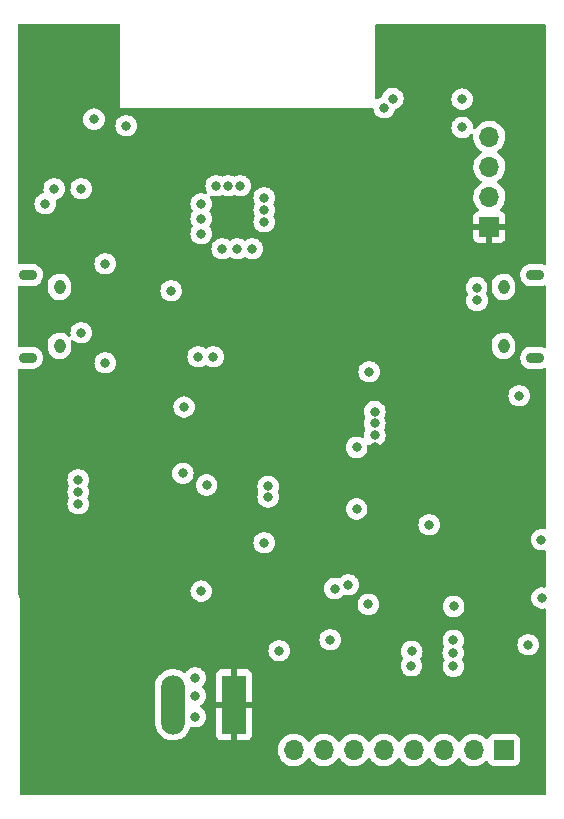
<source format=gbr>
%TF.GenerationSoftware,KiCad,Pcbnew,6.0.9+dfsg-1~bpo11+1*%
%TF.CreationDate,2022-12-22T20:36:38-06:00*%
%TF.ProjectId,CAE32_PCB,43414533-325f-4504-9342-2e6b69636164,rev?*%
%TF.SameCoordinates,Original*%
%TF.FileFunction,Copper,L2,Inr*%
%TF.FilePolarity,Positive*%
%FSLAX46Y46*%
G04 Gerber Fmt 4.6, Leading zero omitted, Abs format (unit mm)*
G04 Created by KiCad (PCBNEW 6.0.9+dfsg-1~bpo11+1) date 2022-12-22 20:36:38*
%MOMM*%
%LPD*%
G01*
G04 APERTURE LIST*
%TA.AperFunction,ComponentPad*%
%ADD10O,1.550000X0.890000*%
%TD*%
%TA.AperFunction,ComponentPad*%
%ADD11O,0.950000X1.250000*%
%TD*%
%TA.AperFunction,ComponentPad*%
%ADD12R,2.020000X5.020000*%
%TD*%
%TA.AperFunction,ComponentPad*%
%ADD13O,2.020000X5.020000*%
%TD*%
%TA.AperFunction,ComponentPad*%
%ADD14R,1.700000X1.700000*%
%TD*%
%TA.AperFunction,ComponentPad*%
%ADD15O,1.700000X1.700000*%
%TD*%
%TA.AperFunction,ViaPad*%
%ADD16C,0.800000*%
%TD*%
G04 APERTURE END LIST*
D10*
%TO.N,unconnected-(J4-Pad6)*%
%TO.C,J4*%
X171049000Y-111450000D03*
D11*
X168349000Y-117450000D03*
X168349000Y-112450000D03*
D10*
X171049000Y-118450000D03*
%TD*%
D12*
%TO.N,+3.3V*%
%TO.C,J5*%
X145536000Y-147828000D03*
D13*
%TO.N,GNDREF*%
X140356000Y-147828000D03*
%TD*%
D10*
%TO.N,unconnected-(J1-Pad6)*%
%TO.C,J1*%
X128060000Y-118450000D03*
X128060000Y-111450000D03*
D11*
X130760000Y-112450000D03*
X130760000Y-117450000D03*
%TD*%
D14*
%TO.N,Net-(J3-Pad1)*%
%TO.C,J3*%
X168387000Y-151663000D03*
D15*
%TO.N,Net-(J3-Pad2)*%
X165847000Y-151663000D03*
%TO.N,Net-(J3-Pad3)*%
X163307000Y-151663000D03*
%TO.N,Net-(J3-Pad4)*%
X160767000Y-151663000D03*
%TO.N,Net-(J3-Pad5)*%
X158227000Y-151663000D03*
%TO.N,Net-(J3-Pad6)*%
X155687000Y-151663000D03*
%TO.N,Net-(J3-Pad7)*%
X153147000Y-151663000D03*
%TO.N,Net-(J3-Pad8)*%
X150607000Y-151663000D03*
%TD*%
D14*
%TO.N,+3.3V*%
%TO.C,J2*%
X167150000Y-107375000D03*
D15*
%TO.N,/TX0*%
X167150000Y-104835000D03*
%TO.N,/RX0*%
X167150000Y-102295000D03*
%TO.N,GNDREF*%
X167150000Y-99755000D03*
%TD*%
D16*
%TO.N,+5V*%
X148082000Y-134112000D03*
X149352000Y-143256000D03*
%TO.N,+3.3V*%
X168148000Y-140919200D03*
X151468600Y-134799000D03*
X132334000Y-122936000D03*
X164846000Y-121412000D03*
X164700000Y-106675000D03*
X132334000Y-124968000D03*
X147574000Y-149860000D03*
X151976000Y-124517000D03*
X164846000Y-133858000D03*
X147574000Y-145542000D03*
X132334000Y-123952000D03*
X151595000Y-132645000D03*
X157450000Y-127050000D03*
X166243000Y-133858000D03*
X129286000Y-101600000D03*
X129286000Y-100584000D03*
X157450000Y-126037500D03*
X160274000Y-141986000D03*
X147574000Y-147574000D03*
%TO.N,-3V3*%
X160575000Y-143300000D03*
X153670000Y-142325000D03*
%TO.N,Net-(J3-Pad1)*%
X170434000Y-142748000D03*
X164125000Y-139500000D03*
%TO.N,/S2*%
X164100000Y-144575000D03*
X140208000Y-112776000D03*
%TO.N,/S1*%
X142494000Y-118364000D03*
X164075000Y-143425000D03*
%TO.N,/S0*%
X143764000Y-118364000D03*
X164100000Y-142375000D03*
%TO.N,Net-(U2-Pad3)*%
X155194000Y-137668000D03*
X156900000Y-139325000D03*
%TO.N,GNDREF*%
X142748000Y-107950000D03*
X132588000Y-104140000D03*
X171602400Y-138785600D03*
X162052000Y-132588000D03*
X132334000Y-130810000D03*
X134620000Y-118872000D03*
X148082000Y-105918000D03*
X166098500Y-113600000D03*
X141300000Y-122625000D03*
X157450000Y-123000000D03*
X146050000Y-103886000D03*
X148420000Y-130232000D03*
X169672000Y-121666000D03*
X157450000Y-125025000D03*
X129540000Y-105410000D03*
X147066000Y-109220000D03*
X166073500Y-112500000D03*
X132334000Y-129794000D03*
X157450000Y-124012500D03*
X142240000Y-148844000D03*
X132588000Y-116332000D03*
X155913000Y-126041000D03*
X145796000Y-109220000D03*
X143213000Y-129216000D03*
X142240000Y-147066000D03*
X148420000Y-129343000D03*
X134620000Y-110490000D03*
X142748000Y-105410000D03*
X158975000Y-96500000D03*
X133675000Y-98250000D03*
X160550000Y-144525000D03*
X142756400Y-138202600D03*
X148082000Y-106934000D03*
X144526000Y-109220000D03*
X136398000Y-98806000D03*
X130302000Y-104140000D03*
X132334000Y-128778000D03*
X171551600Y-133858000D03*
X156972000Y-119634000D03*
X142240000Y-145542000D03*
X164850000Y-96550000D03*
X144018000Y-103886000D03*
X148082000Y-104902000D03*
X154059400Y-137999400D03*
X142748000Y-106680000D03*
X158242000Y-97282000D03*
X164850000Y-98950000D03*
X145034000Y-103886000D03*
X155913000Y-131248000D03*
X141200000Y-128225000D03*
%TD*%
%TA.AperFunction,Conductor*%
%TO.N,+3.3V*%
G36*
X135847814Y-90190502D02*
G01*
X135894307Y-90244158D01*
X135905693Y-90296500D01*
X135905693Y-97281939D01*
X157215038Y-97281939D01*
X157283159Y-97301941D01*
X157329652Y-97355597D01*
X157340348Y-97394768D01*
X157347087Y-97458882D01*
X157348458Y-97471928D01*
X157407473Y-97653556D01*
X157502960Y-97818944D01*
X157630747Y-97960866D01*
X157785248Y-98073118D01*
X157791276Y-98075802D01*
X157791278Y-98075803D01*
X157953681Y-98148109D01*
X157959712Y-98150794D01*
X158053113Y-98170647D01*
X158140056Y-98189128D01*
X158140061Y-98189128D01*
X158146513Y-98190500D01*
X158337487Y-98190500D01*
X158343939Y-98189128D01*
X158343944Y-98189128D01*
X158430887Y-98170647D01*
X158524288Y-98150794D01*
X158530319Y-98148109D01*
X158692722Y-98075803D01*
X158692724Y-98075802D01*
X158698752Y-98073118D01*
X158853253Y-97960866D01*
X158981040Y-97818944D01*
X159076527Y-97653556D01*
X159135542Y-97471928D01*
X159135769Y-97469766D01*
X159168715Y-97408739D01*
X159232038Y-97374161D01*
X159257288Y-97368794D01*
X159328167Y-97337237D01*
X159425722Y-97293803D01*
X159425724Y-97293802D01*
X159431752Y-97291118D01*
X159586253Y-97178866D01*
X159669020Y-97086944D01*
X159709621Y-97041852D01*
X159709622Y-97041851D01*
X159714040Y-97036944D01*
X159809527Y-96871556D01*
X159868542Y-96689928D01*
X159883249Y-96550000D01*
X163936496Y-96550000D01*
X163937186Y-96556565D01*
X163942081Y-96603134D01*
X163956458Y-96739928D01*
X164015473Y-96921556D01*
X164110960Y-97086944D01*
X164238747Y-97228866D01*
X164393248Y-97341118D01*
X164399276Y-97343802D01*
X164399278Y-97343803D01*
X164513748Y-97394768D01*
X164567712Y-97418794D01*
X164661113Y-97438647D01*
X164748056Y-97457128D01*
X164748061Y-97457128D01*
X164754513Y-97458500D01*
X164945487Y-97458500D01*
X164951939Y-97457128D01*
X164951944Y-97457128D01*
X165038887Y-97438647D01*
X165132288Y-97418794D01*
X165186252Y-97394768D01*
X165300722Y-97343803D01*
X165300724Y-97343802D01*
X165306752Y-97341118D01*
X165461253Y-97228866D01*
X165589040Y-97086944D01*
X165684527Y-96921556D01*
X165743542Y-96739928D01*
X165757920Y-96603134D01*
X165762814Y-96556565D01*
X165763504Y-96550000D01*
X165748982Y-96411834D01*
X165744232Y-96366635D01*
X165744232Y-96366633D01*
X165743542Y-96360072D01*
X165684527Y-96178444D01*
X165589040Y-96013056D01*
X165549169Y-95968774D01*
X165465675Y-95876045D01*
X165465674Y-95876044D01*
X165461253Y-95871134D01*
X165306752Y-95758882D01*
X165300724Y-95756198D01*
X165300722Y-95756197D01*
X165138319Y-95683891D01*
X165138318Y-95683891D01*
X165132288Y-95681206D01*
X165038888Y-95661353D01*
X164951944Y-95642872D01*
X164951939Y-95642872D01*
X164945487Y-95641500D01*
X164754513Y-95641500D01*
X164748061Y-95642872D01*
X164748056Y-95642872D01*
X164661112Y-95661353D01*
X164567712Y-95681206D01*
X164561682Y-95683891D01*
X164561681Y-95683891D01*
X164399278Y-95756197D01*
X164399276Y-95756198D01*
X164393248Y-95758882D01*
X164238747Y-95871134D01*
X164234326Y-95876044D01*
X164234325Y-95876045D01*
X164150832Y-95968774D01*
X164110960Y-96013056D01*
X164015473Y-96178444D01*
X163956458Y-96360072D01*
X163955768Y-96366633D01*
X163955768Y-96366635D01*
X163951018Y-96411834D01*
X163936496Y-96550000D01*
X159883249Y-96550000D01*
X159888504Y-96500000D01*
X159879382Y-96413206D01*
X159869232Y-96316635D01*
X159869232Y-96316633D01*
X159868542Y-96310072D01*
X159809527Y-96128444D01*
X159714040Y-95963056D01*
X159586253Y-95821134D01*
X159431752Y-95708882D01*
X159425724Y-95706198D01*
X159425722Y-95706197D01*
X159263319Y-95633891D01*
X159263318Y-95633891D01*
X159257288Y-95631206D01*
X159163887Y-95611353D01*
X159076944Y-95592872D01*
X159076939Y-95592872D01*
X159070487Y-95591500D01*
X158879513Y-95591500D01*
X158873061Y-95592872D01*
X158873056Y-95592872D01*
X158786112Y-95611353D01*
X158692712Y-95631206D01*
X158686682Y-95633891D01*
X158686681Y-95633891D01*
X158524278Y-95706197D01*
X158524276Y-95706198D01*
X158518248Y-95708882D01*
X158363747Y-95821134D01*
X158235960Y-95963056D01*
X158140473Y-96128444D01*
X158081458Y-96310072D01*
X158081231Y-96312234D01*
X158048285Y-96373261D01*
X157984962Y-96407839D01*
X157959712Y-96413206D01*
X157953682Y-96415891D01*
X157953681Y-96415891D01*
X157791278Y-96488197D01*
X157791276Y-96488198D01*
X157785248Y-96490882D01*
X157779907Y-96494762D01*
X157779906Y-96494763D01*
X157695754Y-96555903D01*
X157628886Y-96579762D01*
X157559734Y-96563681D01*
X157510254Y-96512767D01*
X157495693Y-96453967D01*
X157495693Y-90296500D01*
X157515695Y-90228379D01*
X157569351Y-90181886D01*
X157621693Y-90170500D01*
X171831500Y-90170500D01*
X171899621Y-90190502D01*
X171946114Y-90244158D01*
X171957500Y-90296500D01*
X171957500Y-110469563D01*
X171937498Y-110537684D01*
X171883842Y-110584177D01*
X171813568Y-110594281D01*
X171781461Y-110585201D01*
X171668796Y-110536446D01*
X171556889Y-110513067D01*
X171483927Y-110497824D01*
X171483923Y-110497824D01*
X171479182Y-110496833D01*
X171472828Y-110496500D01*
X170670592Y-110496500D01*
X170624839Y-110501147D01*
X170532632Y-110510513D01*
X170532630Y-110510513D01*
X170526284Y-110511158D01*
X170341439Y-110569085D01*
X170172018Y-110662997D01*
X170167170Y-110667153D01*
X170167169Y-110667153D01*
X170144940Y-110686206D01*
X170024941Y-110789057D01*
X169906216Y-110942116D01*
X169820693Y-111115923D01*
X169819086Y-111122093D01*
X169819084Y-111122098D01*
X169776963Y-111283803D01*
X169771865Y-111303376D01*
X169761727Y-111496818D01*
X169790693Y-111688349D01*
X169857581Y-111870142D01*
X169860939Y-111875558D01*
X169860941Y-111875562D01*
X169956293Y-112029350D01*
X169956296Y-112029354D01*
X169959656Y-112034773D01*
X170092751Y-112175517D01*
X170251427Y-112286623D01*
X170353780Y-112330915D01*
X170419545Y-112359374D01*
X170429204Y-112363554D01*
X170435452Y-112364859D01*
X170435451Y-112364859D01*
X170614073Y-112402176D01*
X170614077Y-112402176D01*
X170618818Y-112403167D01*
X170625172Y-112403500D01*
X171427408Y-112403500D01*
X171474457Y-112398721D01*
X171565368Y-112389487D01*
X171565370Y-112389487D01*
X171571716Y-112388842D01*
X171756561Y-112330915D01*
X171770415Y-112323236D01*
X171839690Y-112307704D01*
X171906366Y-112332092D01*
X171949273Y-112388656D01*
X171957500Y-112433438D01*
X171957500Y-117469563D01*
X171937498Y-117537684D01*
X171883842Y-117584177D01*
X171813568Y-117594281D01*
X171781461Y-117585201D01*
X171668796Y-117536446D01*
X171556889Y-117513067D01*
X171483927Y-117497824D01*
X171483923Y-117497824D01*
X171479182Y-117496833D01*
X171472828Y-117496500D01*
X170670592Y-117496500D01*
X170656898Y-117497891D01*
X170532632Y-117510513D01*
X170532630Y-117510513D01*
X170526284Y-117511158D01*
X170341439Y-117569085D01*
X170172018Y-117662997D01*
X170167170Y-117667153D01*
X170167169Y-117667153D01*
X170130594Y-117698502D01*
X170024941Y-117789057D01*
X169999273Y-117822148D01*
X169944577Y-117892662D01*
X169906216Y-117942116D01*
X169820693Y-118115923D01*
X169819086Y-118122093D01*
X169819084Y-118122098D01*
X169785681Y-118250335D01*
X169771865Y-118303376D01*
X169771531Y-118309756D01*
X169762162Y-118488523D01*
X169761727Y-118496818D01*
X169790693Y-118688349D01*
X169792896Y-118694337D01*
X169792897Y-118694340D01*
X169808062Y-118735556D01*
X169857581Y-118870142D01*
X169860939Y-118875558D01*
X169860941Y-118875562D01*
X169956293Y-119029350D01*
X169956296Y-119029354D01*
X169959656Y-119034773D01*
X169964042Y-119039411D01*
X170073461Y-119155118D01*
X170092751Y-119175517D01*
X170251427Y-119286623D01*
X170353780Y-119330915D01*
X170419545Y-119359374D01*
X170429204Y-119363554D01*
X170435452Y-119364859D01*
X170435451Y-119364859D01*
X170614073Y-119402176D01*
X170614077Y-119402176D01*
X170618818Y-119403167D01*
X170625172Y-119403500D01*
X171427408Y-119403500D01*
X171473161Y-119398853D01*
X171565368Y-119389487D01*
X171565370Y-119389487D01*
X171571716Y-119388842D01*
X171756561Y-119330915D01*
X171770415Y-119323236D01*
X171839690Y-119307704D01*
X171906366Y-119332092D01*
X171949273Y-119388656D01*
X171957500Y-119433438D01*
X171957500Y-132859883D01*
X171937498Y-132928004D01*
X171883842Y-132974497D01*
X171813568Y-132984601D01*
X171805303Y-132983130D01*
X171653544Y-132950872D01*
X171653539Y-132950872D01*
X171647087Y-132949500D01*
X171456113Y-132949500D01*
X171449661Y-132950872D01*
X171449656Y-132950872D01*
X171381879Y-132965279D01*
X171269312Y-132989206D01*
X171263282Y-132991891D01*
X171263281Y-132991891D01*
X171100878Y-133064197D01*
X171100876Y-133064198D01*
X171094848Y-133066882D01*
X170940347Y-133179134D01*
X170935926Y-133184044D01*
X170935925Y-133184045D01*
X170857857Y-133270749D01*
X170812560Y-133321056D01*
X170717073Y-133486444D01*
X170658058Y-133668072D01*
X170638096Y-133858000D01*
X170658058Y-134047928D01*
X170717073Y-134229556D01*
X170812560Y-134394944D01*
X170816978Y-134399851D01*
X170816979Y-134399852D01*
X170935925Y-134531955D01*
X170940347Y-134536866D01*
X171094848Y-134649118D01*
X171100876Y-134651802D01*
X171100878Y-134651803D01*
X171263281Y-134724109D01*
X171269312Y-134726794D01*
X171362713Y-134746647D01*
X171449656Y-134765128D01*
X171449661Y-134765128D01*
X171456113Y-134766500D01*
X171647087Y-134766500D01*
X171653539Y-134765128D01*
X171653544Y-134765128D01*
X171805303Y-134732870D01*
X171876094Y-134738272D01*
X171932726Y-134781089D01*
X171957220Y-134847726D01*
X171957500Y-134856117D01*
X171957500Y-137776685D01*
X171937498Y-137844806D01*
X171883842Y-137891299D01*
X171813568Y-137901403D01*
X171805303Y-137899932D01*
X171704344Y-137878472D01*
X171704339Y-137878472D01*
X171697887Y-137877100D01*
X171506913Y-137877100D01*
X171500461Y-137878472D01*
X171500456Y-137878472D01*
X171440112Y-137891299D01*
X171320112Y-137916806D01*
X171314082Y-137919491D01*
X171314081Y-137919491D01*
X171151678Y-137991797D01*
X171151676Y-137991798D01*
X171145648Y-137994482D01*
X171140307Y-137998362D01*
X171140306Y-137998363D01*
X171092260Y-138033271D01*
X170991147Y-138106734D01*
X170863360Y-138248656D01*
X170767873Y-138414044D01*
X170708858Y-138595672D01*
X170688896Y-138785600D01*
X170708858Y-138975528D01*
X170767873Y-139157156D01*
X170863360Y-139322544D01*
X170867778Y-139327451D01*
X170867779Y-139327452D01*
X170986725Y-139459555D01*
X170991147Y-139464466D01*
X171145648Y-139576718D01*
X171151676Y-139579402D01*
X171151678Y-139579403D01*
X171314081Y-139651709D01*
X171320112Y-139654394D01*
X171413513Y-139674247D01*
X171500456Y-139692728D01*
X171500461Y-139692728D01*
X171506913Y-139694100D01*
X171697887Y-139694100D01*
X171704339Y-139692728D01*
X171704344Y-139692728D01*
X171805303Y-139671268D01*
X171876094Y-139676670D01*
X171932726Y-139719487D01*
X171957220Y-139786125D01*
X171957500Y-139794515D01*
X171957500Y-155321500D01*
X171937498Y-155389621D01*
X171883842Y-155436114D01*
X171831500Y-155447500D01*
X127500500Y-155447500D01*
X127432379Y-155427498D01*
X127385886Y-155373842D01*
X127374500Y-155321500D01*
X127374500Y-151629695D01*
X149244251Y-151629695D01*
X149257110Y-151852715D01*
X149258247Y-151857761D01*
X149258248Y-151857767D01*
X149282304Y-151964508D01*
X149306222Y-152070639D01*
X149390266Y-152277616D01*
X149427685Y-152338678D01*
X149504291Y-152463688D01*
X149506987Y-152468088D01*
X149653250Y-152636938D01*
X149825126Y-152779632D01*
X150018000Y-152892338D01*
X150226692Y-152972030D01*
X150231760Y-152973061D01*
X150231763Y-152973062D01*
X150339017Y-152994883D01*
X150445597Y-153016567D01*
X150450772Y-153016757D01*
X150450774Y-153016757D01*
X150663673Y-153024564D01*
X150663677Y-153024564D01*
X150668837Y-153024753D01*
X150673957Y-153024097D01*
X150673959Y-153024097D01*
X150885288Y-152997025D01*
X150885289Y-152997025D01*
X150890416Y-152996368D01*
X150895366Y-152994883D01*
X151099429Y-152933661D01*
X151099434Y-152933659D01*
X151104384Y-152932174D01*
X151304994Y-152833896D01*
X151486860Y-152704173D01*
X151645096Y-152546489D01*
X151704594Y-152463689D01*
X151775453Y-152365077D01*
X151776776Y-152366028D01*
X151823645Y-152322857D01*
X151893580Y-152310625D01*
X151959026Y-152338144D01*
X151986875Y-152369994D01*
X152046987Y-152468088D01*
X152193250Y-152636938D01*
X152365126Y-152779632D01*
X152558000Y-152892338D01*
X152766692Y-152972030D01*
X152771760Y-152973061D01*
X152771763Y-152973062D01*
X152879017Y-152994883D01*
X152985597Y-153016567D01*
X152990772Y-153016757D01*
X152990774Y-153016757D01*
X153203673Y-153024564D01*
X153203677Y-153024564D01*
X153208837Y-153024753D01*
X153213957Y-153024097D01*
X153213959Y-153024097D01*
X153425288Y-152997025D01*
X153425289Y-152997025D01*
X153430416Y-152996368D01*
X153435366Y-152994883D01*
X153639429Y-152933661D01*
X153639434Y-152933659D01*
X153644384Y-152932174D01*
X153844994Y-152833896D01*
X154026860Y-152704173D01*
X154185096Y-152546489D01*
X154244594Y-152463689D01*
X154315453Y-152365077D01*
X154316776Y-152366028D01*
X154363645Y-152322857D01*
X154433580Y-152310625D01*
X154499026Y-152338144D01*
X154526875Y-152369994D01*
X154586987Y-152468088D01*
X154733250Y-152636938D01*
X154905126Y-152779632D01*
X155098000Y-152892338D01*
X155306692Y-152972030D01*
X155311760Y-152973061D01*
X155311763Y-152973062D01*
X155419017Y-152994883D01*
X155525597Y-153016567D01*
X155530772Y-153016757D01*
X155530774Y-153016757D01*
X155743673Y-153024564D01*
X155743677Y-153024564D01*
X155748837Y-153024753D01*
X155753957Y-153024097D01*
X155753959Y-153024097D01*
X155965288Y-152997025D01*
X155965289Y-152997025D01*
X155970416Y-152996368D01*
X155975366Y-152994883D01*
X156179429Y-152933661D01*
X156179434Y-152933659D01*
X156184384Y-152932174D01*
X156384994Y-152833896D01*
X156566860Y-152704173D01*
X156725096Y-152546489D01*
X156784594Y-152463689D01*
X156855453Y-152365077D01*
X156856776Y-152366028D01*
X156903645Y-152322857D01*
X156973580Y-152310625D01*
X157039026Y-152338144D01*
X157066875Y-152369994D01*
X157126987Y-152468088D01*
X157273250Y-152636938D01*
X157445126Y-152779632D01*
X157638000Y-152892338D01*
X157846692Y-152972030D01*
X157851760Y-152973061D01*
X157851763Y-152973062D01*
X157959017Y-152994883D01*
X158065597Y-153016567D01*
X158070772Y-153016757D01*
X158070774Y-153016757D01*
X158283673Y-153024564D01*
X158283677Y-153024564D01*
X158288837Y-153024753D01*
X158293957Y-153024097D01*
X158293959Y-153024097D01*
X158505288Y-152997025D01*
X158505289Y-152997025D01*
X158510416Y-152996368D01*
X158515366Y-152994883D01*
X158719429Y-152933661D01*
X158719434Y-152933659D01*
X158724384Y-152932174D01*
X158924994Y-152833896D01*
X159106860Y-152704173D01*
X159265096Y-152546489D01*
X159324594Y-152463689D01*
X159395453Y-152365077D01*
X159396776Y-152366028D01*
X159443645Y-152322857D01*
X159513580Y-152310625D01*
X159579026Y-152338144D01*
X159606875Y-152369994D01*
X159666987Y-152468088D01*
X159813250Y-152636938D01*
X159985126Y-152779632D01*
X160178000Y-152892338D01*
X160386692Y-152972030D01*
X160391760Y-152973061D01*
X160391763Y-152973062D01*
X160499017Y-152994883D01*
X160605597Y-153016567D01*
X160610772Y-153016757D01*
X160610774Y-153016757D01*
X160823673Y-153024564D01*
X160823677Y-153024564D01*
X160828837Y-153024753D01*
X160833957Y-153024097D01*
X160833959Y-153024097D01*
X161045288Y-152997025D01*
X161045289Y-152997025D01*
X161050416Y-152996368D01*
X161055366Y-152994883D01*
X161259429Y-152933661D01*
X161259434Y-152933659D01*
X161264384Y-152932174D01*
X161464994Y-152833896D01*
X161646860Y-152704173D01*
X161805096Y-152546489D01*
X161864594Y-152463689D01*
X161935453Y-152365077D01*
X161936776Y-152366028D01*
X161983645Y-152322857D01*
X162053580Y-152310625D01*
X162119026Y-152338144D01*
X162146875Y-152369994D01*
X162206987Y-152468088D01*
X162353250Y-152636938D01*
X162525126Y-152779632D01*
X162718000Y-152892338D01*
X162926692Y-152972030D01*
X162931760Y-152973061D01*
X162931763Y-152973062D01*
X163039017Y-152994883D01*
X163145597Y-153016567D01*
X163150772Y-153016757D01*
X163150774Y-153016757D01*
X163363673Y-153024564D01*
X163363677Y-153024564D01*
X163368837Y-153024753D01*
X163373957Y-153024097D01*
X163373959Y-153024097D01*
X163585288Y-152997025D01*
X163585289Y-152997025D01*
X163590416Y-152996368D01*
X163595366Y-152994883D01*
X163799429Y-152933661D01*
X163799434Y-152933659D01*
X163804384Y-152932174D01*
X164004994Y-152833896D01*
X164186860Y-152704173D01*
X164345096Y-152546489D01*
X164404594Y-152463689D01*
X164475453Y-152365077D01*
X164476776Y-152366028D01*
X164523645Y-152322857D01*
X164593580Y-152310625D01*
X164659026Y-152338144D01*
X164686875Y-152369994D01*
X164746987Y-152468088D01*
X164893250Y-152636938D01*
X165065126Y-152779632D01*
X165258000Y-152892338D01*
X165466692Y-152972030D01*
X165471760Y-152973061D01*
X165471763Y-152973062D01*
X165579017Y-152994883D01*
X165685597Y-153016567D01*
X165690772Y-153016757D01*
X165690774Y-153016757D01*
X165903673Y-153024564D01*
X165903677Y-153024564D01*
X165908837Y-153024753D01*
X165913957Y-153024097D01*
X165913959Y-153024097D01*
X166125288Y-152997025D01*
X166125289Y-152997025D01*
X166130416Y-152996368D01*
X166135366Y-152994883D01*
X166339429Y-152933661D01*
X166339434Y-152933659D01*
X166344384Y-152932174D01*
X166544994Y-152833896D01*
X166726860Y-152704173D01*
X166835091Y-152596319D01*
X166897462Y-152562404D01*
X166968268Y-152567592D01*
X167025030Y-152610238D01*
X167042012Y-152641341D01*
X167086385Y-152759705D01*
X167173739Y-152876261D01*
X167290295Y-152963615D01*
X167426684Y-153014745D01*
X167488866Y-153021500D01*
X169285134Y-153021500D01*
X169347316Y-153014745D01*
X169483705Y-152963615D01*
X169600261Y-152876261D01*
X169687615Y-152759705D01*
X169738745Y-152623316D01*
X169745500Y-152561134D01*
X169745500Y-150764866D01*
X169738745Y-150702684D01*
X169687615Y-150566295D01*
X169600261Y-150449739D01*
X169483705Y-150362385D01*
X169347316Y-150311255D01*
X169285134Y-150304500D01*
X167488866Y-150304500D01*
X167426684Y-150311255D01*
X167290295Y-150362385D01*
X167173739Y-150449739D01*
X167086385Y-150566295D01*
X167083233Y-150574703D01*
X167041919Y-150684907D01*
X166999277Y-150741671D01*
X166932716Y-150766371D01*
X166863367Y-150751163D01*
X166830743Y-150725476D01*
X166780151Y-150669875D01*
X166780142Y-150669866D01*
X166776670Y-150666051D01*
X166772619Y-150662852D01*
X166772615Y-150662848D01*
X166605414Y-150530800D01*
X166605410Y-150530798D01*
X166601359Y-150527598D01*
X166572727Y-150511792D01*
X166549136Y-150498769D01*
X166405789Y-150419638D01*
X166400920Y-150417914D01*
X166400916Y-150417912D01*
X166200087Y-150346795D01*
X166200083Y-150346794D01*
X166195212Y-150345069D01*
X166190119Y-150344162D01*
X166190116Y-150344161D01*
X165980373Y-150306800D01*
X165980367Y-150306799D01*
X165975284Y-150305894D01*
X165901452Y-150304992D01*
X165757081Y-150303228D01*
X165757079Y-150303228D01*
X165751911Y-150303165D01*
X165531091Y-150336955D01*
X165318756Y-150406357D01*
X165120607Y-150509507D01*
X165116474Y-150512610D01*
X165116471Y-150512612D01*
X164946100Y-150640530D01*
X164941965Y-150643635D01*
X164902525Y-150684907D01*
X164848280Y-150741671D01*
X164787629Y-150805138D01*
X164680201Y-150962621D01*
X164625293Y-151007621D01*
X164554768Y-151015792D01*
X164491021Y-150984538D01*
X164470324Y-150960054D01*
X164389822Y-150835617D01*
X164389820Y-150835614D01*
X164387014Y-150831277D01*
X164236670Y-150666051D01*
X164232619Y-150662852D01*
X164232615Y-150662848D01*
X164065414Y-150530800D01*
X164065410Y-150530798D01*
X164061359Y-150527598D01*
X164032727Y-150511792D01*
X164009136Y-150498769D01*
X163865789Y-150419638D01*
X163860920Y-150417914D01*
X163860916Y-150417912D01*
X163660087Y-150346795D01*
X163660083Y-150346794D01*
X163655212Y-150345069D01*
X163650119Y-150344162D01*
X163650116Y-150344161D01*
X163440373Y-150306800D01*
X163440367Y-150306799D01*
X163435284Y-150305894D01*
X163361452Y-150304992D01*
X163217081Y-150303228D01*
X163217079Y-150303228D01*
X163211911Y-150303165D01*
X162991091Y-150336955D01*
X162778756Y-150406357D01*
X162580607Y-150509507D01*
X162576474Y-150512610D01*
X162576471Y-150512612D01*
X162406100Y-150640530D01*
X162401965Y-150643635D01*
X162362525Y-150684907D01*
X162308280Y-150741671D01*
X162247629Y-150805138D01*
X162140201Y-150962621D01*
X162085293Y-151007621D01*
X162014768Y-151015792D01*
X161951021Y-150984538D01*
X161930324Y-150960054D01*
X161849822Y-150835617D01*
X161849820Y-150835614D01*
X161847014Y-150831277D01*
X161696670Y-150666051D01*
X161692619Y-150662852D01*
X161692615Y-150662848D01*
X161525414Y-150530800D01*
X161525410Y-150530798D01*
X161521359Y-150527598D01*
X161492727Y-150511792D01*
X161469136Y-150498769D01*
X161325789Y-150419638D01*
X161320920Y-150417914D01*
X161320916Y-150417912D01*
X161120087Y-150346795D01*
X161120083Y-150346794D01*
X161115212Y-150345069D01*
X161110119Y-150344162D01*
X161110116Y-150344161D01*
X160900373Y-150306800D01*
X160900367Y-150306799D01*
X160895284Y-150305894D01*
X160821452Y-150304992D01*
X160677081Y-150303228D01*
X160677079Y-150303228D01*
X160671911Y-150303165D01*
X160451091Y-150336955D01*
X160238756Y-150406357D01*
X160040607Y-150509507D01*
X160036474Y-150512610D01*
X160036471Y-150512612D01*
X159866100Y-150640530D01*
X159861965Y-150643635D01*
X159822525Y-150684907D01*
X159768280Y-150741671D01*
X159707629Y-150805138D01*
X159600201Y-150962621D01*
X159545293Y-151007621D01*
X159474768Y-151015792D01*
X159411021Y-150984538D01*
X159390324Y-150960054D01*
X159309822Y-150835617D01*
X159309820Y-150835614D01*
X159307014Y-150831277D01*
X159156670Y-150666051D01*
X159152619Y-150662852D01*
X159152615Y-150662848D01*
X158985414Y-150530800D01*
X158985410Y-150530798D01*
X158981359Y-150527598D01*
X158952727Y-150511792D01*
X158929136Y-150498769D01*
X158785789Y-150419638D01*
X158780920Y-150417914D01*
X158780916Y-150417912D01*
X158580087Y-150346795D01*
X158580083Y-150346794D01*
X158575212Y-150345069D01*
X158570119Y-150344162D01*
X158570116Y-150344161D01*
X158360373Y-150306800D01*
X158360367Y-150306799D01*
X158355284Y-150305894D01*
X158281452Y-150304992D01*
X158137081Y-150303228D01*
X158137079Y-150303228D01*
X158131911Y-150303165D01*
X157911091Y-150336955D01*
X157698756Y-150406357D01*
X157500607Y-150509507D01*
X157496474Y-150512610D01*
X157496471Y-150512612D01*
X157326100Y-150640530D01*
X157321965Y-150643635D01*
X157282525Y-150684907D01*
X157228280Y-150741671D01*
X157167629Y-150805138D01*
X157060201Y-150962621D01*
X157005293Y-151007621D01*
X156934768Y-151015792D01*
X156871021Y-150984538D01*
X156850324Y-150960054D01*
X156769822Y-150835617D01*
X156769820Y-150835614D01*
X156767014Y-150831277D01*
X156616670Y-150666051D01*
X156612619Y-150662852D01*
X156612615Y-150662848D01*
X156445414Y-150530800D01*
X156445410Y-150530798D01*
X156441359Y-150527598D01*
X156412727Y-150511792D01*
X156389136Y-150498769D01*
X156245789Y-150419638D01*
X156240920Y-150417914D01*
X156240916Y-150417912D01*
X156040087Y-150346795D01*
X156040083Y-150346794D01*
X156035212Y-150345069D01*
X156030119Y-150344162D01*
X156030116Y-150344161D01*
X155820373Y-150306800D01*
X155820367Y-150306799D01*
X155815284Y-150305894D01*
X155741452Y-150304992D01*
X155597081Y-150303228D01*
X155597079Y-150303228D01*
X155591911Y-150303165D01*
X155371091Y-150336955D01*
X155158756Y-150406357D01*
X154960607Y-150509507D01*
X154956474Y-150512610D01*
X154956471Y-150512612D01*
X154786100Y-150640530D01*
X154781965Y-150643635D01*
X154742525Y-150684907D01*
X154688280Y-150741671D01*
X154627629Y-150805138D01*
X154520201Y-150962621D01*
X154465293Y-151007621D01*
X154394768Y-151015792D01*
X154331021Y-150984538D01*
X154310324Y-150960054D01*
X154229822Y-150835617D01*
X154229820Y-150835614D01*
X154227014Y-150831277D01*
X154076670Y-150666051D01*
X154072619Y-150662852D01*
X154072615Y-150662848D01*
X153905414Y-150530800D01*
X153905410Y-150530798D01*
X153901359Y-150527598D01*
X153872727Y-150511792D01*
X153849136Y-150498769D01*
X153705789Y-150419638D01*
X153700920Y-150417914D01*
X153700916Y-150417912D01*
X153500087Y-150346795D01*
X153500083Y-150346794D01*
X153495212Y-150345069D01*
X153490119Y-150344162D01*
X153490116Y-150344161D01*
X153280373Y-150306800D01*
X153280367Y-150306799D01*
X153275284Y-150305894D01*
X153201452Y-150304992D01*
X153057081Y-150303228D01*
X153057079Y-150303228D01*
X153051911Y-150303165D01*
X152831091Y-150336955D01*
X152618756Y-150406357D01*
X152420607Y-150509507D01*
X152416474Y-150512610D01*
X152416471Y-150512612D01*
X152246100Y-150640530D01*
X152241965Y-150643635D01*
X152202525Y-150684907D01*
X152148280Y-150741671D01*
X152087629Y-150805138D01*
X151980201Y-150962621D01*
X151925293Y-151007621D01*
X151854768Y-151015792D01*
X151791021Y-150984538D01*
X151770324Y-150960054D01*
X151689822Y-150835617D01*
X151689820Y-150835614D01*
X151687014Y-150831277D01*
X151536670Y-150666051D01*
X151532619Y-150662852D01*
X151532615Y-150662848D01*
X151365414Y-150530800D01*
X151365410Y-150530798D01*
X151361359Y-150527598D01*
X151332727Y-150511792D01*
X151309136Y-150498769D01*
X151165789Y-150419638D01*
X151160920Y-150417914D01*
X151160916Y-150417912D01*
X150960087Y-150346795D01*
X150960083Y-150346794D01*
X150955212Y-150345069D01*
X150950119Y-150344162D01*
X150950116Y-150344161D01*
X150740373Y-150306800D01*
X150740367Y-150306799D01*
X150735284Y-150305894D01*
X150661452Y-150304992D01*
X150517081Y-150303228D01*
X150517079Y-150303228D01*
X150511911Y-150303165D01*
X150291091Y-150336955D01*
X150078756Y-150406357D01*
X149880607Y-150509507D01*
X149876474Y-150512610D01*
X149876471Y-150512612D01*
X149706100Y-150640530D01*
X149701965Y-150643635D01*
X149662525Y-150684907D01*
X149608280Y-150741671D01*
X149547629Y-150805138D01*
X149544720Y-150809403D01*
X149544714Y-150809411D01*
X149519755Y-150846000D01*
X149421743Y-150989680D01*
X149327688Y-151192305D01*
X149267989Y-151407570D01*
X149244251Y-151629695D01*
X127374500Y-151629695D01*
X127374500Y-149389399D01*
X138837500Y-149389399D01*
X138852157Y-149571569D01*
X138853363Y-149576477D01*
X138853363Y-149576480D01*
X138886845Y-149712794D01*
X138910444Y-149808872D01*
X138912419Y-149813524D01*
X138912420Y-149813528D01*
X138967110Y-149942369D01*
X139005922Y-150033804D01*
X139136134Y-150240577D01*
X139297730Y-150423871D01*
X139486552Y-150578972D01*
X139697743Y-150701888D01*
X139797928Y-150740345D01*
X139921146Y-150787644D01*
X139921150Y-150787645D01*
X139925870Y-150789457D01*
X139930820Y-150790491D01*
X139930823Y-150790492D01*
X140160111Y-150838393D01*
X140160115Y-150838393D01*
X140165062Y-150839427D01*
X140409167Y-150850512D01*
X140414187Y-150849931D01*
X140414191Y-150849931D01*
X140646877Y-150823008D01*
X140646881Y-150823007D01*
X140651904Y-150822426D01*
X140656769Y-150821049D01*
X140656771Y-150821049D01*
X140855319Y-150764866D01*
X140887029Y-150755893D01*
X140897173Y-150751163D01*
X141008304Y-150699341D01*
X141108491Y-150652623D01*
X141112671Y-150649782D01*
X141112675Y-150649780D01*
X141246093Y-150559109D01*
X141310593Y-150515275D01*
X141450820Y-150382669D01*
X144018001Y-150382669D01*
X144018371Y-150389490D01*
X144023895Y-150440352D01*
X144027521Y-150455604D01*
X144072676Y-150576054D01*
X144081214Y-150591649D01*
X144157715Y-150693724D01*
X144170276Y-150706285D01*
X144272351Y-150782786D01*
X144287946Y-150791324D01*
X144408394Y-150836478D01*
X144423649Y-150840105D01*
X144474514Y-150845631D01*
X144481328Y-150846000D01*
X145263885Y-150846000D01*
X145279124Y-150841525D01*
X145280329Y-150840135D01*
X145282000Y-150832452D01*
X145282000Y-150827884D01*
X145790000Y-150827884D01*
X145794475Y-150843123D01*
X145795865Y-150844328D01*
X145803548Y-150845999D01*
X146590669Y-150845999D01*
X146597490Y-150845629D01*
X146648352Y-150840105D01*
X146663604Y-150836479D01*
X146784054Y-150791324D01*
X146799649Y-150782786D01*
X146901724Y-150706285D01*
X146914285Y-150693724D01*
X146990786Y-150591649D01*
X146999324Y-150576054D01*
X147044478Y-150455606D01*
X147048105Y-150440351D01*
X147053631Y-150389486D01*
X147054000Y-150382672D01*
X147054000Y-148100115D01*
X147049525Y-148084876D01*
X147048135Y-148083671D01*
X147040452Y-148082000D01*
X145808115Y-148082000D01*
X145792876Y-148086475D01*
X145791671Y-148087865D01*
X145790000Y-148095548D01*
X145790000Y-150827884D01*
X145282000Y-150827884D01*
X145282000Y-148100115D01*
X145277525Y-148084876D01*
X145276135Y-148083671D01*
X145268452Y-148082000D01*
X144036116Y-148082000D01*
X144020877Y-148086475D01*
X144019672Y-148087865D01*
X144018001Y-148095548D01*
X144018001Y-150382669D01*
X141450820Y-150382669D01*
X141488137Y-150347380D01*
X141496706Y-150336173D01*
X141633475Y-150157286D01*
X141633476Y-150157285D01*
X141636553Y-150153260D01*
X141752024Y-149937908D01*
X141802347Y-149791757D01*
X141843435Y-149733862D01*
X141909304Y-149707371D01*
X141957290Y-149712606D01*
X141957712Y-149712794D01*
X141964168Y-149714166D01*
X141964167Y-149714166D01*
X142138056Y-149751128D01*
X142138061Y-149751128D01*
X142144513Y-149752500D01*
X142335487Y-149752500D01*
X142341939Y-149751128D01*
X142341944Y-149751128D01*
X142428888Y-149732647D01*
X142522288Y-149712794D01*
X142528319Y-149710109D01*
X142690722Y-149637803D01*
X142690724Y-149637802D01*
X142696752Y-149635118D01*
X142851253Y-149522866D01*
X142855675Y-149517955D01*
X142974621Y-149385852D01*
X142974622Y-149385851D01*
X142979040Y-149380944D01*
X143074527Y-149215556D01*
X143133542Y-149033928D01*
X143153504Y-148844000D01*
X143133542Y-148654072D01*
X143074527Y-148472444D01*
X142979040Y-148307056D01*
X142851253Y-148165134D01*
X142702332Y-148056936D01*
X142658978Y-148000713D01*
X142652903Y-147929977D01*
X142686035Y-147867186D01*
X142702332Y-147853064D01*
X142737204Y-147827728D01*
X142851253Y-147744866D01*
X142979040Y-147602944D01*
X143006210Y-147555885D01*
X144018000Y-147555885D01*
X144022475Y-147571124D01*
X144023865Y-147572329D01*
X144031548Y-147574000D01*
X145263885Y-147574000D01*
X145279124Y-147569525D01*
X145280329Y-147568135D01*
X145282000Y-147560452D01*
X145282000Y-147555885D01*
X145790000Y-147555885D01*
X145794475Y-147571124D01*
X145795865Y-147572329D01*
X145803548Y-147574000D01*
X147035884Y-147574000D01*
X147051123Y-147569525D01*
X147052328Y-147568135D01*
X147053999Y-147560452D01*
X147053999Y-145273331D01*
X147053629Y-145266510D01*
X147048105Y-145215648D01*
X147044479Y-145200396D01*
X146999324Y-145079946D01*
X146990786Y-145064351D01*
X146914285Y-144962276D01*
X146901724Y-144949715D01*
X146799649Y-144873214D01*
X146784054Y-144864676D01*
X146663606Y-144819522D01*
X146648351Y-144815895D01*
X146597486Y-144810369D01*
X146590672Y-144810000D01*
X145808115Y-144810000D01*
X145792876Y-144814475D01*
X145791671Y-144815865D01*
X145790000Y-144823548D01*
X145790000Y-147555885D01*
X145282000Y-147555885D01*
X145282000Y-144828116D01*
X145277525Y-144812877D01*
X145276135Y-144811672D01*
X145268452Y-144810001D01*
X144481331Y-144810001D01*
X144474510Y-144810371D01*
X144423648Y-144815895D01*
X144408396Y-144819521D01*
X144287946Y-144864676D01*
X144272351Y-144873214D01*
X144170276Y-144949715D01*
X144157715Y-144962276D01*
X144081214Y-145064351D01*
X144072676Y-145079946D01*
X144027522Y-145200394D01*
X144023895Y-145215649D01*
X144018369Y-145266514D01*
X144018000Y-145273328D01*
X144018000Y-147555885D01*
X143006210Y-147555885D01*
X143074527Y-147437556D01*
X143133542Y-147255928D01*
X143153504Y-147066000D01*
X143133542Y-146876072D01*
X143074527Y-146694444D01*
X142979040Y-146529056D01*
X142852312Y-146388310D01*
X142821594Y-146324303D01*
X142830359Y-146253849D01*
X142852312Y-146219690D01*
X142974621Y-146083852D01*
X142974622Y-146083851D01*
X142979040Y-146078944D01*
X143074527Y-145913556D01*
X143133542Y-145731928D01*
X143153504Y-145542000D01*
X143148955Y-145498714D01*
X143134232Y-145358635D01*
X143134232Y-145358633D01*
X143133542Y-145352072D01*
X143074527Y-145170444D01*
X142979040Y-145005056D01*
X142931520Y-144952279D01*
X142855675Y-144868045D01*
X142855674Y-144868044D01*
X142851253Y-144863134D01*
X142752157Y-144791136D01*
X142702094Y-144754763D01*
X142702093Y-144754762D01*
X142696752Y-144750882D01*
X142690724Y-144748198D01*
X142690722Y-144748197D01*
X142528319Y-144675891D01*
X142528318Y-144675891D01*
X142522288Y-144673206D01*
X142428887Y-144653353D01*
X142341944Y-144634872D01*
X142341939Y-144634872D01*
X142335487Y-144633500D01*
X142144513Y-144633500D01*
X142138061Y-144634872D01*
X142138056Y-144634872D01*
X142051113Y-144653353D01*
X141957712Y-144673206D01*
X141951682Y-144675891D01*
X141951681Y-144675891D01*
X141789278Y-144748197D01*
X141789276Y-144748198D01*
X141783248Y-144750882D01*
X141777907Y-144754762D01*
X141777906Y-144754763D01*
X141727843Y-144791136D01*
X141628747Y-144863134D01*
X141624326Y-144868044D01*
X141624325Y-144868045D01*
X141548481Y-144952279D01*
X141500960Y-145005056D01*
X141497659Y-145010774D01*
X141458433Y-145078715D01*
X141407051Y-145127708D01*
X141337337Y-145141144D01*
X141269339Y-145113080D01*
X141229358Y-145080239D01*
X141229352Y-145080235D01*
X141225448Y-145077028D01*
X141014257Y-144954112D01*
X140914072Y-144915655D01*
X140790854Y-144868356D01*
X140790850Y-144868355D01*
X140786130Y-144866543D01*
X140781180Y-144865509D01*
X140781177Y-144865508D01*
X140551889Y-144817607D01*
X140551885Y-144817607D01*
X140546938Y-144816573D01*
X140302833Y-144805488D01*
X140297813Y-144806069D01*
X140297809Y-144806069D01*
X140065123Y-144832992D01*
X140065119Y-144832993D01*
X140060096Y-144833574D01*
X140055231Y-144834951D01*
X140055229Y-144834951D01*
X139943585Y-144866543D01*
X139824971Y-144900107D01*
X139820392Y-144902242D01*
X139820390Y-144902243D01*
X139725361Y-144946556D01*
X139603509Y-145003377D01*
X139599329Y-145006218D01*
X139599325Y-145006220D01*
X139525744Y-145056226D01*
X139401407Y-145140725D01*
X139223863Y-145308620D01*
X139220785Y-145312646D01*
X139220784Y-145312647D01*
X139129434Y-145432128D01*
X139075447Y-145502740D01*
X138959976Y-145718092D01*
X138880422Y-145949136D01*
X138838830Y-146189927D01*
X138837500Y-146219215D01*
X138837500Y-149389399D01*
X127374500Y-149389399D01*
X127374500Y-144525000D01*
X159636496Y-144525000D01*
X159656458Y-144714928D01*
X159715473Y-144896556D01*
X159810960Y-145061944D01*
X159815378Y-145066851D01*
X159815379Y-145066852D01*
X159855980Y-145111944D01*
X159938747Y-145203866D01*
X160093248Y-145316118D01*
X160099276Y-145318802D01*
X160099278Y-145318803D01*
X160174002Y-145352072D01*
X160267712Y-145393794D01*
X160361113Y-145413647D01*
X160448056Y-145432128D01*
X160448061Y-145432128D01*
X160454513Y-145433500D01*
X160645487Y-145433500D01*
X160651939Y-145432128D01*
X160651944Y-145432128D01*
X160738887Y-145413647D01*
X160832288Y-145393794D01*
X160925998Y-145352072D01*
X161000722Y-145318803D01*
X161000724Y-145318802D01*
X161006752Y-145316118D01*
X161161253Y-145203866D01*
X161244020Y-145111944D01*
X161284621Y-145066852D01*
X161284622Y-145066851D01*
X161289040Y-145061944D01*
X161384527Y-144896556D01*
X161443542Y-144714928D01*
X161463504Y-144525000D01*
X161443542Y-144335072D01*
X161384527Y-144153444D01*
X161291421Y-143992180D01*
X161274683Y-143923185D01*
X161297903Y-143856093D01*
X161306894Y-143844880D01*
X161314040Y-143836944D01*
X161409527Y-143671556D01*
X161468542Y-143489928D01*
X161475366Y-143425000D01*
X163161496Y-143425000D01*
X163181458Y-143614928D01*
X163240473Y-143796556D01*
X163322569Y-143938749D01*
X163334059Y-143958651D01*
X163350797Y-144027646D01*
X163334060Y-144084648D01*
X163265473Y-144203444D01*
X163206458Y-144385072D01*
X163186496Y-144575000D01*
X163187186Y-144581565D01*
X163205390Y-144754763D01*
X163206458Y-144764928D01*
X163265473Y-144946556D01*
X163268776Y-144952278D01*
X163268777Y-144952279D01*
X163269835Y-144954112D01*
X163360960Y-145111944D01*
X163365378Y-145116851D01*
X163365379Y-145116852D01*
X163439305Y-145198955D01*
X163488747Y-145253866D01*
X163569652Y-145312647D01*
X163632949Y-145358635D01*
X163643248Y-145366118D01*
X163649276Y-145368802D01*
X163649278Y-145368803D01*
X163794591Y-145433500D01*
X163817712Y-145443794D01*
X163911112Y-145463647D01*
X163998056Y-145482128D01*
X163998061Y-145482128D01*
X164004513Y-145483500D01*
X164195487Y-145483500D01*
X164201939Y-145482128D01*
X164201944Y-145482128D01*
X164288888Y-145463647D01*
X164382288Y-145443794D01*
X164405409Y-145433500D01*
X164550722Y-145368803D01*
X164550724Y-145368802D01*
X164556752Y-145366118D01*
X164567052Y-145358635D01*
X164630348Y-145312647D01*
X164711253Y-145253866D01*
X164760695Y-145198955D01*
X164834621Y-145116852D01*
X164834622Y-145116851D01*
X164839040Y-145111944D01*
X164930165Y-144954112D01*
X164931223Y-144952279D01*
X164931224Y-144952278D01*
X164934527Y-144946556D01*
X164993542Y-144764928D01*
X164994611Y-144754763D01*
X165012814Y-144581565D01*
X165013504Y-144575000D01*
X164993542Y-144385072D01*
X164934527Y-144203444D01*
X164911251Y-144163128D01*
X164840941Y-144041349D01*
X164824203Y-143972354D01*
X164840940Y-143915352D01*
X164909527Y-143796556D01*
X164968542Y-143614928D01*
X164988504Y-143425000D01*
X164968542Y-143235072D01*
X164909527Y-143053444D01*
X164869809Y-142984650D01*
X164853071Y-142915656D01*
X164869809Y-142858651D01*
X164931223Y-142752279D01*
X164931224Y-142752278D01*
X164933693Y-142748000D01*
X169520496Y-142748000D01*
X169521186Y-142754565D01*
X169538860Y-142922721D01*
X169540458Y-142937928D01*
X169599473Y-143119556D01*
X169694960Y-143284944D01*
X169699378Y-143289851D01*
X169699379Y-143289852D01*
X169815156Y-143418435D01*
X169822747Y-143426866D01*
X169977248Y-143539118D01*
X169983276Y-143541802D01*
X169983278Y-143541803D01*
X170132780Y-143608365D01*
X170151712Y-143616794D01*
X170245113Y-143636647D01*
X170332056Y-143655128D01*
X170332061Y-143655128D01*
X170338513Y-143656500D01*
X170529487Y-143656500D01*
X170535939Y-143655128D01*
X170535944Y-143655128D01*
X170622887Y-143636647D01*
X170716288Y-143616794D01*
X170735220Y-143608365D01*
X170884722Y-143541803D01*
X170884724Y-143541802D01*
X170890752Y-143539118D01*
X171045253Y-143426866D01*
X171052844Y-143418435D01*
X171168621Y-143289852D01*
X171168622Y-143289851D01*
X171173040Y-143284944D01*
X171268527Y-143119556D01*
X171327542Y-142937928D01*
X171329141Y-142922721D01*
X171346814Y-142754565D01*
X171347504Y-142748000D01*
X171330062Y-142582045D01*
X171328232Y-142564635D01*
X171328232Y-142564633D01*
X171327542Y-142558072D01*
X171268527Y-142376444D01*
X171173040Y-142211056D01*
X171045253Y-142069134D01*
X170890752Y-141956882D01*
X170884724Y-141954198D01*
X170884722Y-141954197D01*
X170722319Y-141881891D01*
X170722318Y-141881891D01*
X170716288Y-141879206D01*
X170622887Y-141859353D01*
X170535944Y-141840872D01*
X170535939Y-141840872D01*
X170529487Y-141839500D01*
X170338513Y-141839500D01*
X170332061Y-141840872D01*
X170332056Y-141840872D01*
X170245113Y-141859353D01*
X170151712Y-141879206D01*
X170145682Y-141881891D01*
X170145681Y-141881891D01*
X169983278Y-141954197D01*
X169983276Y-141954198D01*
X169977248Y-141956882D01*
X169822747Y-142069134D01*
X169694960Y-142211056D01*
X169599473Y-142376444D01*
X169540458Y-142558072D01*
X169539768Y-142564633D01*
X169539768Y-142564635D01*
X169537938Y-142582045D01*
X169520496Y-142748000D01*
X164933693Y-142748000D01*
X164934527Y-142746556D01*
X164993542Y-142564928D01*
X164994923Y-142551794D01*
X165012814Y-142381565D01*
X165013504Y-142375000D01*
X164993542Y-142185072D01*
X164934527Y-142003444D01*
X164839040Y-141838056D01*
X164799169Y-141793774D01*
X164715675Y-141701045D01*
X164715674Y-141701044D01*
X164711253Y-141696134D01*
X164556752Y-141583882D01*
X164550724Y-141581198D01*
X164550722Y-141581197D01*
X164388319Y-141508891D01*
X164388318Y-141508891D01*
X164382288Y-141506206D01*
X164288887Y-141486353D01*
X164201944Y-141467872D01*
X164201939Y-141467872D01*
X164195487Y-141466500D01*
X164004513Y-141466500D01*
X163998061Y-141467872D01*
X163998056Y-141467872D01*
X163911113Y-141486353D01*
X163817712Y-141506206D01*
X163811682Y-141508891D01*
X163811681Y-141508891D01*
X163649278Y-141581197D01*
X163649276Y-141581198D01*
X163643248Y-141583882D01*
X163488747Y-141696134D01*
X163484326Y-141701044D01*
X163484325Y-141701045D01*
X163400832Y-141793774D01*
X163360960Y-141838056D01*
X163265473Y-142003444D01*
X163206458Y-142185072D01*
X163186496Y-142375000D01*
X163187186Y-142381565D01*
X163205078Y-142551794D01*
X163206458Y-142564928D01*
X163265473Y-142746556D01*
X163268776Y-142752278D01*
X163268777Y-142752279D01*
X163305191Y-142815349D01*
X163321929Y-142884344D01*
X163305191Y-142941349D01*
X163240473Y-143053444D01*
X163181458Y-143235072D01*
X163161496Y-143425000D01*
X161475366Y-143425000D01*
X161488504Y-143300000D01*
X161486321Y-143279226D01*
X161469232Y-143116635D01*
X161469232Y-143116633D01*
X161468542Y-143110072D01*
X161409527Y-142928444D01*
X161314040Y-142763056D01*
X161304337Y-142752279D01*
X161190675Y-142626045D01*
X161190674Y-142626044D01*
X161186253Y-142621134D01*
X161087157Y-142549136D01*
X161037094Y-142512763D01*
X161037093Y-142512762D01*
X161031752Y-142508882D01*
X161025724Y-142506198D01*
X161025722Y-142506197D01*
X160863319Y-142433891D01*
X160863318Y-142433891D01*
X160857288Y-142431206D01*
X160763888Y-142411353D01*
X160676944Y-142392872D01*
X160676939Y-142392872D01*
X160670487Y-142391500D01*
X160479513Y-142391500D01*
X160473061Y-142392872D01*
X160473056Y-142392872D01*
X160386112Y-142411353D01*
X160292712Y-142431206D01*
X160286682Y-142433891D01*
X160286681Y-142433891D01*
X160124278Y-142506197D01*
X160124276Y-142506198D01*
X160118248Y-142508882D01*
X160112907Y-142512762D01*
X160112906Y-142512763D01*
X160062843Y-142549136D01*
X159963747Y-142621134D01*
X159959326Y-142626044D01*
X159959325Y-142626045D01*
X159845664Y-142752279D01*
X159835960Y-142763056D01*
X159740473Y-142928444D01*
X159681458Y-143110072D01*
X159680768Y-143116633D01*
X159680768Y-143116635D01*
X159663679Y-143279226D01*
X159661496Y-143300000D01*
X159681458Y-143489928D01*
X159740473Y-143671556D01*
X159743776Y-143677278D01*
X159743777Y-143677279D01*
X159833579Y-143832820D01*
X159850317Y-143901815D01*
X159827097Y-143968907D01*
X159818106Y-143980120D01*
X159810960Y-143988056D01*
X159715473Y-144153444D01*
X159656458Y-144335072D01*
X159636496Y-144525000D01*
X127374500Y-144525000D01*
X127374500Y-143256000D01*
X148438496Y-143256000D01*
X148439186Y-143262565D01*
X148456863Y-143430749D01*
X148458458Y-143445928D01*
X148517473Y-143627556D01*
X148612960Y-143792944D01*
X148617378Y-143797851D01*
X148617379Y-143797852D01*
X148708108Y-143898617D01*
X148740747Y-143934866D01*
X148819633Y-143992180D01*
X148887308Y-144041349D01*
X148895248Y-144047118D01*
X148901276Y-144049802D01*
X148901278Y-144049803D01*
X148979551Y-144084652D01*
X149069712Y-144124794D01*
X149163112Y-144144647D01*
X149250056Y-144163128D01*
X149250061Y-144163128D01*
X149256513Y-144164500D01*
X149447487Y-144164500D01*
X149453939Y-144163128D01*
X149453944Y-144163128D01*
X149540888Y-144144647D01*
X149634288Y-144124794D01*
X149724449Y-144084652D01*
X149802722Y-144049803D01*
X149802724Y-144049802D01*
X149808752Y-144047118D01*
X149816693Y-144041349D01*
X149884367Y-143992180D01*
X149963253Y-143934866D01*
X149995892Y-143898617D01*
X150086621Y-143797852D01*
X150086622Y-143797851D01*
X150091040Y-143792944D01*
X150186527Y-143627556D01*
X150245542Y-143445928D01*
X150247138Y-143430749D01*
X150264814Y-143262565D01*
X150265504Y-143256000D01*
X150245542Y-143066072D01*
X150186527Y-142884444D01*
X150091040Y-142719056D01*
X149999375Y-142617251D01*
X149967675Y-142582045D01*
X149967674Y-142582044D01*
X149963253Y-142577134D01*
X149808752Y-142464882D01*
X149802724Y-142462198D01*
X149802722Y-142462197D01*
X149640319Y-142389891D01*
X149640318Y-142389891D01*
X149634288Y-142387206D01*
X149540887Y-142367353D01*
X149453944Y-142348872D01*
X149453939Y-142348872D01*
X149447487Y-142347500D01*
X149256513Y-142347500D01*
X149250061Y-142348872D01*
X149250056Y-142348872D01*
X149163113Y-142367353D01*
X149069712Y-142387206D01*
X149063682Y-142389891D01*
X149063681Y-142389891D01*
X148901278Y-142462197D01*
X148901276Y-142462198D01*
X148895248Y-142464882D01*
X148740747Y-142577134D01*
X148736326Y-142582044D01*
X148736325Y-142582045D01*
X148704626Y-142617251D01*
X148612960Y-142719056D01*
X148517473Y-142884444D01*
X148458458Y-143066072D01*
X148438496Y-143256000D01*
X127374500Y-143256000D01*
X127374500Y-142325000D01*
X152756496Y-142325000D01*
X152757186Y-142331565D01*
X152767659Y-142431206D01*
X152776458Y-142514928D01*
X152835473Y-142696556D01*
X152930960Y-142861944D01*
X152935378Y-142866851D01*
X152935379Y-142866852D01*
X153005029Y-142944206D01*
X153058747Y-143003866D01*
X153119108Y-143047721D01*
X153196286Y-143103794D01*
X153213248Y-143116118D01*
X153219276Y-143118802D01*
X153219278Y-143118803D01*
X153381681Y-143191109D01*
X153387712Y-143193794D01*
X153481113Y-143213647D01*
X153568056Y-143232128D01*
X153568061Y-143232128D01*
X153574513Y-143233500D01*
X153765487Y-143233500D01*
X153771939Y-143232128D01*
X153771944Y-143232128D01*
X153858887Y-143213647D01*
X153952288Y-143193794D01*
X153958319Y-143191109D01*
X154120722Y-143118803D01*
X154120724Y-143118802D01*
X154126752Y-143116118D01*
X154143715Y-143103794D01*
X154220892Y-143047721D01*
X154281253Y-143003866D01*
X154334971Y-142944206D01*
X154404621Y-142866852D01*
X154404622Y-142866851D01*
X154409040Y-142861944D01*
X154504527Y-142696556D01*
X154563542Y-142514928D01*
X154572342Y-142431206D01*
X154582814Y-142331565D01*
X154583504Y-142325000D01*
X154563542Y-142135072D01*
X154504527Y-141953444D01*
X154409040Y-141788056D01*
X154281253Y-141646134D01*
X154126752Y-141533882D01*
X154120724Y-141531198D01*
X154120722Y-141531197D01*
X153958319Y-141458891D01*
X153958318Y-141458891D01*
X153952288Y-141456206D01*
X153858888Y-141436353D01*
X153771944Y-141417872D01*
X153771939Y-141417872D01*
X153765487Y-141416500D01*
X153574513Y-141416500D01*
X153568061Y-141417872D01*
X153568056Y-141417872D01*
X153481112Y-141436353D01*
X153387712Y-141456206D01*
X153381682Y-141458891D01*
X153381681Y-141458891D01*
X153219278Y-141531197D01*
X153219276Y-141531198D01*
X153213248Y-141533882D01*
X153058747Y-141646134D01*
X152930960Y-141788056D01*
X152835473Y-141953444D01*
X152776458Y-142135072D01*
X152756496Y-142325000D01*
X127374500Y-142325000D01*
X127374500Y-139325000D01*
X155986496Y-139325000D01*
X156006458Y-139514928D01*
X156065473Y-139696556D01*
X156160960Y-139861944D01*
X156165378Y-139866851D01*
X156165379Y-139866852D01*
X156174768Y-139877279D01*
X156288747Y-140003866D01*
X156443248Y-140116118D01*
X156449276Y-140118802D01*
X156449278Y-140118803D01*
X156584183Y-140178866D01*
X156617712Y-140193794D01*
X156711112Y-140213647D01*
X156798056Y-140232128D01*
X156798061Y-140232128D01*
X156804513Y-140233500D01*
X156995487Y-140233500D01*
X157001939Y-140232128D01*
X157001944Y-140232128D01*
X157088888Y-140213647D01*
X157182288Y-140193794D01*
X157215817Y-140178866D01*
X157350722Y-140118803D01*
X157350724Y-140118802D01*
X157356752Y-140116118D01*
X157511253Y-140003866D01*
X157625232Y-139877279D01*
X157634621Y-139866852D01*
X157634622Y-139866851D01*
X157639040Y-139861944D01*
X157734527Y-139696556D01*
X157793542Y-139514928D01*
X157795111Y-139500000D01*
X163211496Y-139500000D01*
X163212186Y-139506565D01*
X163230065Y-139676670D01*
X163231458Y-139689928D01*
X163290473Y-139871556D01*
X163385960Y-140036944D01*
X163390378Y-140041851D01*
X163390379Y-140041852D01*
X163459666Y-140118803D01*
X163513747Y-140178866D01*
X163668248Y-140291118D01*
X163674276Y-140293802D01*
X163674278Y-140293803D01*
X163836681Y-140366109D01*
X163842712Y-140368794D01*
X163936112Y-140388647D01*
X164023056Y-140407128D01*
X164023061Y-140407128D01*
X164029513Y-140408500D01*
X164220487Y-140408500D01*
X164226939Y-140407128D01*
X164226944Y-140407128D01*
X164313888Y-140388647D01*
X164407288Y-140368794D01*
X164413319Y-140366109D01*
X164575722Y-140293803D01*
X164575724Y-140293802D01*
X164581752Y-140291118D01*
X164736253Y-140178866D01*
X164790334Y-140118803D01*
X164859621Y-140041852D01*
X164859622Y-140041851D01*
X164864040Y-140036944D01*
X164959527Y-139871556D01*
X165018542Y-139689928D01*
X165019936Y-139676670D01*
X165037814Y-139506565D01*
X165038504Y-139500000D01*
X165018542Y-139310072D01*
X164959527Y-139128444D01*
X164949514Y-139111100D01*
X164874865Y-138981806D01*
X164864040Y-138963056D01*
X164855386Y-138953444D01*
X164740675Y-138826045D01*
X164740674Y-138826044D01*
X164736253Y-138821134D01*
X164630710Y-138744452D01*
X164587094Y-138712763D01*
X164587093Y-138712762D01*
X164581752Y-138708882D01*
X164575724Y-138706198D01*
X164575722Y-138706197D01*
X164413319Y-138633891D01*
X164413318Y-138633891D01*
X164407288Y-138631206D01*
X164313887Y-138611353D01*
X164226944Y-138592872D01*
X164226939Y-138592872D01*
X164220487Y-138591500D01*
X164029513Y-138591500D01*
X164023061Y-138592872D01*
X164023056Y-138592872D01*
X163936113Y-138611353D01*
X163842712Y-138631206D01*
X163836682Y-138633891D01*
X163836681Y-138633891D01*
X163674278Y-138706197D01*
X163674276Y-138706198D01*
X163668248Y-138708882D01*
X163662907Y-138712762D01*
X163662906Y-138712763D01*
X163619290Y-138744452D01*
X163513747Y-138821134D01*
X163509326Y-138826044D01*
X163509325Y-138826045D01*
X163394615Y-138953444D01*
X163385960Y-138963056D01*
X163375135Y-138981806D01*
X163300487Y-139111100D01*
X163290473Y-139128444D01*
X163231458Y-139310072D01*
X163211496Y-139500000D01*
X157795111Y-139500000D01*
X157813504Y-139325000D01*
X157793542Y-139135072D01*
X157734527Y-138953444D01*
X157639040Y-138788056D01*
X157630918Y-138779035D01*
X157515675Y-138651045D01*
X157515674Y-138651044D01*
X157511253Y-138646134D01*
X157366896Y-138541252D01*
X157362094Y-138537763D01*
X157362093Y-138537762D01*
X157356752Y-138533882D01*
X157350724Y-138531198D01*
X157350722Y-138531197D01*
X157188319Y-138458891D01*
X157188318Y-138458891D01*
X157182288Y-138456206D01*
X157088887Y-138436353D01*
X157001944Y-138417872D01*
X157001939Y-138417872D01*
X156995487Y-138416500D01*
X156804513Y-138416500D01*
X156798061Y-138417872D01*
X156798056Y-138417872D01*
X156711113Y-138436353D01*
X156617712Y-138456206D01*
X156611682Y-138458891D01*
X156611681Y-138458891D01*
X156449278Y-138531197D01*
X156449276Y-138531198D01*
X156443248Y-138533882D01*
X156437907Y-138537762D01*
X156437906Y-138537763D01*
X156433104Y-138541252D01*
X156288747Y-138646134D01*
X156284326Y-138651044D01*
X156284325Y-138651045D01*
X156169083Y-138779035D01*
X156160960Y-138788056D01*
X156065473Y-138953444D01*
X156006458Y-139135072D01*
X155986496Y-139325000D01*
X127374500Y-139325000D01*
X127374500Y-138791487D01*
X127359080Y-138683813D01*
X127298792Y-138551218D01*
X127285047Y-138535266D01*
X127255733Y-138470603D01*
X127254500Y-138453018D01*
X127254500Y-138202600D01*
X141842896Y-138202600D01*
X141843586Y-138209165D01*
X141857543Y-138341955D01*
X141862858Y-138392528D01*
X141921873Y-138574156D01*
X141925176Y-138579878D01*
X141925177Y-138579879D01*
X141932679Y-138592872D01*
X142017360Y-138739544D01*
X142021778Y-138744451D01*
X142021779Y-138744452D01*
X142090824Y-138821134D01*
X142145147Y-138881466D01*
X142179642Y-138906528D01*
X142283253Y-138981806D01*
X142299648Y-138993718D01*
X142305676Y-138996402D01*
X142305678Y-138996403D01*
X142468081Y-139068709D01*
X142474112Y-139071394D01*
X142567513Y-139091247D01*
X142654456Y-139109728D01*
X142654461Y-139109728D01*
X142660913Y-139111100D01*
X142851887Y-139111100D01*
X142858339Y-139109728D01*
X142858344Y-139109728D01*
X142945287Y-139091247D01*
X143038688Y-139071394D01*
X143044719Y-139068709D01*
X143207122Y-138996403D01*
X143207124Y-138996402D01*
X143213152Y-138993718D01*
X143229548Y-138981806D01*
X143333158Y-138906528D01*
X143367653Y-138881466D01*
X143421976Y-138821134D01*
X143491021Y-138744452D01*
X143491022Y-138744451D01*
X143495440Y-138739544D01*
X143580121Y-138592872D01*
X143587623Y-138579879D01*
X143587624Y-138579878D01*
X143590927Y-138574156D01*
X143649942Y-138392528D01*
X143655258Y-138341955D01*
X143669214Y-138209165D01*
X143669904Y-138202600D01*
X143649942Y-138012672D01*
X143645630Y-137999400D01*
X153145896Y-137999400D01*
X153146586Y-138005965D01*
X153150117Y-138039556D01*
X153165858Y-138189328D01*
X153224873Y-138370956D01*
X153228176Y-138376678D01*
X153228177Y-138376679D01*
X153240952Y-138398806D01*
X153320360Y-138536344D01*
X153324778Y-138541251D01*
X153324779Y-138541252D01*
X153415719Y-138642251D01*
X153448147Y-138678266D01*
X153602648Y-138790518D01*
X153608676Y-138793202D01*
X153608678Y-138793203D01*
X153682443Y-138826045D01*
X153777112Y-138868194D01*
X153870513Y-138888047D01*
X153957456Y-138906528D01*
X153957461Y-138906528D01*
X153963913Y-138907900D01*
X154154887Y-138907900D01*
X154161339Y-138906528D01*
X154161344Y-138906528D01*
X154248287Y-138888047D01*
X154341688Y-138868194D01*
X154436357Y-138826045D01*
X154510122Y-138793203D01*
X154510124Y-138793202D01*
X154516152Y-138790518D01*
X154670653Y-138678266D01*
X154769518Y-138568465D01*
X154829964Y-138531225D01*
X154902092Y-138532943D01*
X154905681Y-138534109D01*
X154911712Y-138536794D01*
X154999097Y-138555368D01*
X155092056Y-138575128D01*
X155092061Y-138575128D01*
X155098513Y-138576500D01*
X155289487Y-138576500D01*
X155295939Y-138575128D01*
X155295944Y-138575128D01*
X155382888Y-138556647D01*
X155476288Y-138536794D01*
X155482319Y-138534109D01*
X155644722Y-138461803D01*
X155644724Y-138461802D01*
X155650752Y-138459118D01*
X155656649Y-138454834D01*
X155772096Y-138370956D01*
X155805253Y-138346866D01*
X155933040Y-138204944D01*
X156028527Y-138039556D01*
X156087542Y-137857928D01*
X156107504Y-137668000D01*
X156103944Y-137634129D01*
X156088232Y-137484635D01*
X156088232Y-137484633D01*
X156087542Y-137478072D01*
X156028527Y-137296444D01*
X155933040Y-137131056D01*
X155896884Y-137090900D01*
X155809675Y-136994045D01*
X155809674Y-136994044D01*
X155805253Y-136989134D01*
X155650752Y-136876882D01*
X155644724Y-136874198D01*
X155644722Y-136874197D01*
X155482319Y-136801891D01*
X155482318Y-136801891D01*
X155476288Y-136799206D01*
X155382888Y-136779353D01*
X155295944Y-136760872D01*
X155295939Y-136760872D01*
X155289487Y-136759500D01*
X155098513Y-136759500D01*
X155092061Y-136760872D01*
X155092056Y-136760872D01*
X155005112Y-136779353D01*
X154911712Y-136799206D01*
X154905682Y-136801891D01*
X154905681Y-136801891D01*
X154743278Y-136874197D01*
X154743276Y-136874198D01*
X154737248Y-136876882D01*
X154582747Y-136989134D01*
X154578326Y-136994044D01*
X154578325Y-136994045D01*
X154483882Y-137098935D01*
X154423436Y-137136175D01*
X154351308Y-137134457D01*
X154347717Y-137133290D01*
X154341688Y-137130606D01*
X154254303Y-137112032D01*
X154161344Y-137092272D01*
X154161339Y-137092272D01*
X154154887Y-137090900D01*
X153963913Y-137090900D01*
X153957461Y-137092272D01*
X153957456Y-137092272D01*
X153870513Y-137110753D01*
X153777112Y-137130606D01*
X153771082Y-137133291D01*
X153771081Y-137133291D01*
X153608678Y-137205597D01*
X153608676Y-137205598D01*
X153602648Y-137208282D01*
X153448147Y-137320534D01*
X153320360Y-137462456D01*
X153224873Y-137627844D01*
X153165858Y-137809472D01*
X153145896Y-137999400D01*
X143645630Y-137999400D01*
X143590927Y-137831044D01*
X143578473Y-137809472D01*
X143553714Y-137766590D01*
X143495440Y-137665656D01*
X143367653Y-137523734D01*
X143213152Y-137411482D01*
X143207124Y-137408798D01*
X143207122Y-137408797D01*
X143044719Y-137336491D01*
X143044718Y-137336491D01*
X143038688Y-137333806D01*
X142945287Y-137313953D01*
X142858344Y-137295472D01*
X142858339Y-137295472D01*
X142851887Y-137294100D01*
X142660913Y-137294100D01*
X142654461Y-137295472D01*
X142654456Y-137295472D01*
X142567513Y-137313953D01*
X142474112Y-137333806D01*
X142468082Y-137336491D01*
X142468081Y-137336491D01*
X142305678Y-137408797D01*
X142305676Y-137408798D01*
X142299648Y-137411482D01*
X142145147Y-137523734D01*
X142017360Y-137665656D01*
X141959086Y-137766590D01*
X141934328Y-137809472D01*
X141921873Y-137831044D01*
X141862858Y-138012672D01*
X141842896Y-138202600D01*
X127254500Y-138202600D01*
X127254500Y-134112000D01*
X147168496Y-134112000D01*
X147188458Y-134301928D01*
X147247473Y-134483556D01*
X147342960Y-134648944D01*
X147470747Y-134790866D01*
X147625248Y-134903118D01*
X147631276Y-134905802D01*
X147631278Y-134905803D01*
X147793681Y-134978109D01*
X147799712Y-134980794D01*
X147893112Y-135000647D01*
X147980056Y-135019128D01*
X147980061Y-135019128D01*
X147986513Y-135020500D01*
X148177487Y-135020500D01*
X148183939Y-135019128D01*
X148183944Y-135019128D01*
X148270888Y-135000647D01*
X148364288Y-134980794D01*
X148370319Y-134978109D01*
X148532722Y-134905803D01*
X148532724Y-134905802D01*
X148538752Y-134903118D01*
X148693253Y-134790866D01*
X148821040Y-134648944D01*
X148916527Y-134483556D01*
X148975542Y-134301928D01*
X148995504Y-134112000D01*
X148975542Y-133922072D01*
X148916527Y-133740444D01*
X148821040Y-133575056D01*
X148741254Y-133486444D01*
X148697675Y-133438045D01*
X148697674Y-133438044D01*
X148693253Y-133433134D01*
X148538752Y-133320882D01*
X148532724Y-133318198D01*
X148532722Y-133318197D01*
X148370319Y-133245891D01*
X148370318Y-133245891D01*
X148364288Y-133243206D01*
X148270888Y-133223353D01*
X148183944Y-133204872D01*
X148183939Y-133204872D01*
X148177487Y-133203500D01*
X147986513Y-133203500D01*
X147980061Y-133204872D01*
X147980056Y-133204872D01*
X147893112Y-133223353D01*
X147799712Y-133243206D01*
X147793682Y-133245891D01*
X147793681Y-133245891D01*
X147631278Y-133318197D01*
X147631276Y-133318198D01*
X147625248Y-133320882D01*
X147470747Y-133433134D01*
X147466326Y-133438044D01*
X147466325Y-133438045D01*
X147422747Y-133486444D01*
X147342960Y-133575056D01*
X147247473Y-133740444D01*
X147188458Y-133922072D01*
X147168496Y-134112000D01*
X127254500Y-134112000D01*
X127254500Y-132588000D01*
X161138496Y-132588000D01*
X161158458Y-132777928D01*
X161217473Y-132959556D01*
X161312960Y-133124944D01*
X161317378Y-133129851D01*
X161317379Y-133129852D01*
X161361753Y-133179134D01*
X161440747Y-133266866D01*
X161595248Y-133379118D01*
X161601276Y-133381802D01*
X161601278Y-133381803D01*
X161763681Y-133454109D01*
X161769712Y-133456794D01*
X161863112Y-133476647D01*
X161950056Y-133495128D01*
X161950061Y-133495128D01*
X161956513Y-133496500D01*
X162147487Y-133496500D01*
X162153939Y-133495128D01*
X162153944Y-133495128D01*
X162240888Y-133476647D01*
X162334288Y-133456794D01*
X162340319Y-133454109D01*
X162502722Y-133381803D01*
X162502724Y-133381802D01*
X162508752Y-133379118D01*
X162663253Y-133266866D01*
X162742247Y-133179134D01*
X162786621Y-133129852D01*
X162786622Y-133129851D01*
X162791040Y-133124944D01*
X162886527Y-132959556D01*
X162945542Y-132777928D01*
X162965504Y-132588000D01*
X162945542Y-132398072D01*
X162886527Y-132216444D01*
X162791040Y-132051056D01*
X162663253Y-131909134D01*
X162508752Y-131796882D01*
X162502724Y-131794198D01*
X162502722Y-131794197D01*
X162340319Y-131721891D01*
X162340318Y-131721891D01*
X162334288Y-131719206D01*
X162240888Y-131699353D01*
X162153944Y-131680872D01*
X162153939Y-131680872D01*
X162147487Y-131679500D01*
X161956513Y-131679500D01*
X161950061Y-131680872D01*
X161950056Y-131680872D01*
X161863112Y-131699353D01*
X161769712Y-131719206D01*
X161763682Y-131721891D01*
X161763681Y-131721891D01*
X161601278Y-131794197D01*
X161601276Y-131794198D01*
X161595248Y-131796882D01*
X161440747Y-131909134D01*
X161312960Y-132051056D01*
X161217473Y-132216444D01*
X161158458Y-132398072D01*
X161138496Y-132588000D01*
X127254500Y-132588000D01*
X127254500Y-130810000D01*
X131420496Y-130810000D01*
X131440458Y-130999928D01*
X131499473Y-131181556D01*
X131594960Y-131346944D01*
X131722747Y-131488866D01*
X131877248Y-131601118D01*
X131883276Y-131603802D01*
X131883278Y-131603803D01*
X132045681Y-131676109D01*
X132051712Y-131678794D01*
X132145113Y-131698647D01*
X132232056Y-131717128D01*
X132232061Y-131717128D01*
X132238513Y-131718500D01*
X132429487Y-131718500D01*
X132435939Y-131717128D01*
X132435944Y-131717128D01*
X132522887Y-131698647D01*
X132616288Y-131678794D01*
X132622319Y-131676109D01*
X132784722Y-131603803D01*
X132784724Y-131603802D01*
X132790752Y-131601118D01*
X132945253Y-131488866D01*
X133073040Y-131346944D01*
X133130165Y-131248000D01*
X154999496Y-131248000D01*
X155019458Y-131437928D01*
X155078473Y-131619556D01*
X155173960Y-131784944D01*
X155301747Y-131926866D01*
X155456248Y-132039118D01*
X155462276Y-132041802D01*
X155462278Y-132041803D01*
X155483061Y-132051056D01*
X155630712Y-132116794D01*
X155724113Y-132136647D01*
X155811056Y-132155128D01*
X155811061Y-132155128D01*
X155817513Y-132156500D01*
X156008487Y-132156500D01*
X156014939Y-132155128D01*
X156014944Y-132155128D01*
X156101887Y-132136647D01*
X156195288Y-132116794D01*
X156342939Y-132051056D01*
X156363722Y-132041803D01*
X156363724Y-132041802D01*
X156369752Y-132039118D01*
X156524253Y-131926866D01*
X156652040Y-131784944D01*
X156747527Y-131619556D01*
X156806542Y-131437928D01*
X156826504Y-131248000D01*
X156818860Y-131175271D01*
X156807232Y-131064635D01*
X156807232Y-131064633D01*
X156806542Y-131058072D01*
X156747527Y-130876444D01*
X156652040Y-130711056D01*
X156524253Y-130569134D01*
X156369752Y-130456882D01*
X156363724Y-130454198D01*
X156363722Y-130454197D01*
X156201319Y-130381891D01*
X156201318Y-130381891D01*
X156195288Y-130379206D01*
X156101888Y-130359353D01*
X156014944Y-130340872D01*
X156014939Y-130340872D01*
X156008487Y-130339500D01*
X155817513Y-130339500D01*
X155811061Y-130340872D01*
X155811056Y-130340872D01*
X155724112Y-130359353D01*
X155630712Y-130379206D01*
X155624682Y-130381891D01*
X155624681Y-130381891D01*
X155462278Y-130454197D01*
X155462276Y-130454198D01*
X155456248Y-130456882D01*
X155301747Y-130569134D01*
X155173960Y-130711056D01*
X155078473Y-130876444D01*
X155019458Y-131058072D01*
X155018768Y-131064633D01*
X155018768Y-131064635D01*
X155007140Y-131175271D01*
X154999496Y-131248000D01*
X133130165Y-131248000D01*
X133168527Y-131181556D01*
X133227542Y-130999928D01*
X133247504Y-130810000D01*
X133227542Y-130620072D01*
X133168527Y-130438444D01*
X133158992Y-130421928D01*
X133126124Y-130365000D01*
X133109386Y-130296005D01*
X133126124Y-130239000D01*
X133130166Y-130232000D01*
X147506496Y-130232000D01*
X147507186Y-130238565D01*
X147521824Y-130377834D01*
X147526458Y-130421928D01*
X147585473Y-130603556D01*
X147588776Y-130609278D01*
X147588777Y-130609279D01*
X147598798Y-130626635D01*
X147680960Y-130768944D01*
X147808747Y-130910866D01*
X147963248Y-131023118D01*
X147969276Y-131025802D01*
X147969278Y-131025803D01*
X148041756Y-131058072D01*
X148137712Y-131100794D01*
X148231113Y-131120647D01*
X148318056Y-131139128D01*
X148318061Y-131139128D01*
X148324513Y-131140500D01*
X148515487Y-131140500D01*
X148521939Y-131139128D01*
X148521944Y-131139128D01*
X148608887Y-131120647D01*
X148702288Y-131100794D01*
X148798244Y-131058072D01*
X148870722Y-131025803D01*
X148870724Y-131025802D01*
X148876752Y-131023118D01*
X149031253Y-130910866D01*
X149159040Y-130768944D01*
X149241202Y-130626635D01*
X149251223Y-130609279D01*
X149251224Y-130609278D01*
X149254527Y-130603556D01*
X149313542Y-130421928D01*
X149318177Y-130377834D01*
X149332814Y-130238565D01*
X149333504Y-130232000D01*
X149325860Y-130159271D01*
X149314232Y-130048635D01*
X149314232Y-130048633D01*
X149313542Y-130042072D01*
X149254527Y-129860444D01*
X149248785Y-129850498D01*
X149232048Y-129781503D01*
X149248785Y-129724501D01*
X149254527Y-129714556D01*
X149313542Y-129532928D01*
X149333504Y-129343000D01*
X149313542Y-129153072D01*
X149254527Y-128971444D01*
X149159040Y-128806056D01*
X149139690Y-128784565D01*
X149035675Y-128669045D01*
X149035674Y-128669044D01*
X149031253Y-128664134D01*
X148876752Y-128551882D01*
X148870724Y-128549198D01*
X148870722Y-128549197D01*
X148708319Y-128476891D01*
X148708318Y-128476891D01*
X148702288Y-128474206D01*
X148608888Y-128454353D01*
X148521944Y-128435872D01*
X148521939Y-128435872D01*
X148515487Y-128434500D01*
X148324513Y-128434500D01*
X148318061Y-128435872D01*
X148318056Y-128435872D01*
X148231112Y-128454353D01*
X148137712Y-128474206D01*
X148131682Y-128476891D01*
X148131681Y-128476891D01*
X147969278Y-128549197D01*
X147969276Y-128549198D01*
X147963248Y-128551882D01*
X147808747Y-128664134D01*
X147804326Y-128669044D01*
X147804325Y-128669045D01*
X147700311Y-128784565D01*
X147680960Y-128806056D01*
X147585473Y-128971444D01*
X147526458Y-129153072D01*
X147506496Y-129343000D01*
X147526458Y-129532928D01*
X147585473Y-129714556D01*
X147591215Y-129724501D01*
X147607952Y-129793497D01*
X147591215Y-129850498D01*
X147585473Y-129860444D01*
X147526458Y-130042072D01*
X147525768Y-130048633D01*
X147525768Y-130048635D01*
X147514140Y-130159271D01*
X147506496Y-130232000D01*
X133130166Y-130232000D01*
X133168527Y-130165556D01*
X133227542Y-129983928D01*
X133247504Y-129794000D01*
X133242588Y-129747226D01*
X133228232Y-129610635D01*
X133228232Y-129610633D01*
X133227542Y-129604072D01*
X133168527Y-129422444D01*
X133158992Y-129405928D01*
X133126124Y-129349000D01*
X133109386Y-129280005D01*
X133126124Y-129223000D01*
X133130166Y-129216000D01*
X142299496Y-129216000D01*
X142319458Y-129405928D01*
X142378473Y-129587556D01*
X142381776Y-129593278D01*
X142381777Y-129593279D01*
X142391798Y-129610635D01*
X142473960Y-129752944D01*
X142478378Y-129757851D01*
X142478379Y-129757852D01*
X142505016Y-129787435D01*
X142601747Y-129894866D01*
X142756248Y-130007118D01*
X142762276Y-130009802D01*
X142762278Y-130009803D01*
X142834756Y-130042072D01*
X142930712Y-130084794D01*
X143024113Y-130104647D01*
X143111056Y-130123128D01*
X143111061Y-130123128D01*
X143117513Y-130124500D01*
X143308487Y-130124500D01*
X143314939Y-130123128D01*
X143314944Y-130123128D01*
X143401887Y-130104647D01*
X143495288Y-130084794D01*
X143591244Y-130042072D01*
X143663722Y-130009803D01*
X143663724Y-130009802D01*
X143669752Y-130007118D01*
X143824253Y-129894866D01*
X143920984Y-129787435D01*
X143947621Y-129757852D01*
X143947622Y-129757851D01*
X143952040Y-129752944D01*
X144034202Y-129610635D01*
X144044223Y-129593279D01*
X144044224Y-129593278D01*
X144047527Y-129587556D01*
X144106542Y-129405928D01*
X144126504Y-129216000D01*
X144106542Y-129026072D01*
X144047527Y-128844444D01*
X143952040Y-128679056D01*
X143824253Y-128537134D01*
X143725157Y-128465136D01*
X143675094Y-128428763D01*
X143675093Y-128428762D01*
X143669752Y-128424882D01*
X143663724Y-128422198D01*
X143663722Y-128422197D01*
X143501319Y-128349891D01*
X143501318Y-128349891D01*
X143495288Y-128347206D01*
X143401888Y-128327353D01*
X143314944Y-128308872D01*
X143314939Y-128308872D01*
X143308487Y-128307500D01*
X143117513Y-128307500D01*
X143111061Y-128308872D01*
X143111056Y-128308872D01*
X143024112Y-128327353D01*
X142930712Y-128347206D01*
X142924682Y-128349891D01*
X142924681Y-128349891D01*
X142762278Y-128422197D01*
X142762276Y-128422198D01*
X142756248Y-128424882D01*
X142750907Y-128428762D01*
X142750906Y-128428763D01*
X142700843Y-128465136D01*
X142601747Y-128537134D01*
X142473960Y-128679056D01*
X142378473Y-128844444D01*
X142319458Y-129026072D01*
X142299496Y-129216000D01*
X133130166Y-129216000D01*
X133168527Y-129149556D01*
X133227542Y-128967928D01*
X133247504Y-128778000D01*
X133245816Y-128761944D01*
X133228232Y-128594635D01*
X133228232Y-128594633D01*
X133227542Y-128588072D01*
X133168527Y-128406444D01*
X133073040Y-128241056D01*
X133058583Y-128225000D01*
X140286496Y-128225000D01*
X140287186Y-128231565D01*
X140288785Y-128246774D01*
X140306458Y-128414928D01*
X140365473Y-128596556D01*
X140460960Y-128761944D01*
X140465378Y-128766851D01*
X140465379Y-128766852D01*
X140505827Y-128811774D01*
X140588747Y-128903866D01*
X140743248Y-129016118D01*
X140749276Y-129018802D01*
X140749278Y-129018803D01*
X140911681Y-129091109D01*
X140917712Y-129093794D01*
X141011112Y-129113647D01*
X141098056Y-129132128D01*
X141098061Y-129132128D01*
X141104513Y-129133500D01*
X141295487Y-129133500D01*
X141301939Y-129132128D01*
X141301944Y-129132128D01*
X141388888Y-129113647D01*
X141482288Y-129093794D01*
X141488319Y-129091109D01*
X141650722Y-129018803D01*
X141650724Y-129018802D01*
X141656752Y-129016118D01*
X141811253Y-128903866D01*
X141894173Y-128811774D01*
X141934621Y-128766852D01*
X141934622Y-128766851D01*
X141939040Y-128761944D01*
X142034527Y-128596556D01*
X142093542Y-128414928D01*
X142111216Y-128246774D01*
X142112814Y-128231565D01*
X142113504Y-128225000D01*
X142093542Y-128035072D01*
X142034527Y-127853444D01*
X141939040Y-127688056D01*
X141811253Y-127546134D01*
X141656752Y-127433882D01*
X141650724Y-127431198D01*
X141650722Y-127431197D01*
X141488319Y-127358891D01*
X141488318Y-127358891D01*
X141482288Y-127356206D01*
X141388887Y-127336353D01*
X141301944Y-127317872D01*
X141301939Y-127317872D01*
X141295487Y-127316500D01*
X141104513Y-127316500D01*
X141098061Y-127317872D01*
X141098056Y-127317872D01*
X141011113Y-127336353D01*
X140917712Y-127356206D01*
X140911682Y-127358891D01*
X140911681Y-127358891D01*
X140749278Y-127431197D01*
X140749276Y-127431198D01*
X140743248Y-127433882D01*
X140588747Y-127546134D01*
X140460960Y-127688056D01*
X140365473Y-127853444D01*
X140306458Y-128035072D01*
X140286496Y-128225000D01*
X133058583Y-128225000D01*
X132945253Y-128099134D01*
X132790752Y-127986882D01*
X132784724Y-127984198D01*
X132784722Y-127984197D01*
X132622319Y-127911891D01*
X132622318Y-127911891D01*
X132616288Y-127909206D01*
X132522888Y-127889353D01*
X132435944Y-127870872D01*
X132435939Y-127870872D01*
X132429487Y-127869500D01*
X132238513Y-127869500D01*
X132232061Y-127870872D01*
X132232056Y-127870872D01*
X132145112Y-127889353D01*
X132051712Y-127909206D01*
X132045682Y-127911891D01*
X132045681Y-127911891D01*
X131883278Y-127984197D01*
X131883276Y-127984198D01*
X131877248Y-127986882D01*
X131722747Y-128099134D01*
X131594960Y-128241056D01*
X131499473Y-128406444D01*
X131440458Y-128588072D01*
X131439768Y-128594633D01*
X131439768Y-128594635D01*
X131422184Y-128761944D01*
X131420496Y-128778000D01*
X131440458Y-128967928D01*
X131499473Y-129149556D01*
X131537835Y-129216000D01*
X131541876Y-129223000D01*
X131558614Y-129291995D01*
X131541876Y-129349000D01*
X131509009Y-129405928D01*
X131499473Y-129422444D01*
X131440458Y-129604072D01*
X131439768Y-129610633D01*
X131439768Y-129610635D01*
X131425412Y-129747226D01*
X131420496Y-129794000D01*
X131440458Y-129983928D01*
X131499473Y-130165556D01*
X131537835Y-130232000D01*
X131541876Y-130239000D01*
X131558614Y-130307995D01*
X131541876Y-130365000D01*
X131509009Y-130421928D01*
X131499473Y-130438444D01*
X131440458Y-130620072D01*
X131420496Y-130810000D01*
X127254500Y-130810000D01*
X127254500Y-126041000D01*
X154999496Y-126041000D01*
X155019458Y-126230928D01*
X155078473Y-126412556D01*
X155173960Y-126577944D01*
X155301747Y-126719866D01*
X155456248Y-126832118D01*
X155462276Y-126834802D01*
X155462278Y-126834803D01*
X155624681Y-126907109D01*
X155630712Y-126909794D01*
X155724112Y-126929647D01*
X155811056Y-126948128D01*
X155811061Y-126948128D01*
X155817513Y-126949500D01*
X156008487Y-126949500D01*
X156014939Y-126948128D01*
X156014944Y-126948128D01*
X156101888Y-126929647D01*
X156195288Y-126909794D01*
X156201319Y-126907109D01*
X156363722Y-126834803D01*
X156363724Y-126834802D01*
X156369752Y-126832118D01*
X156524253Y-126719866D01*
X156652040Y-126577944D01*
X156747527Y-126412556D01*
X156806542Y-126230928D01*
X156826504Y-126041000D01*
X156816329Y-125944187D01*
X156829101Y-125874349D01*
X156877604Y-125822502D01*
X156946436Y-125805108D01*
X156992261Y-125818335D01*
X156993248Y-125816118D01*
X157124038Y-125874349D01*
X157167712Y-125893794D01*
X157261112Y-125913647D01*
X157348056Y-125932128D01*
X157348061Y-125932128D01*
X157354513Y-125933500D01*
X157545487Y-125933500D01*
X157551939Y-125932128D01*
X157551944Y-125932128D01*
X157638888Y-125913647D01*
X157732288Y-125893794D01*
X157738319Y-125891109D01*
X157900722Y-125818803D01*
X157900724Y-125818802D01*
X157906752Y-125816118D01*
X158061253Y-125703866D01*
X158189040Y-125561944D01*
X158284527Y-125396556D01*
X158343542Y-125214928D01*
X158345989Y-125191651D01*
X158362814Y-125031565D01*
X158363504Y-125025000D01*
X158343542Y-124835072D01*
X158284527Y-124653444D01*
X158243133Y-124581749D01*
X158226396Y-124512755D01*
X158243133Y-124455752D01*
X158284527Y-124384056D01*
X158343542Y-124202428D01*
X158363504Y-124012500D01*
X158343542Y-123822572D01*
X158284527Y-123640944D01*
X158243133Y-123569249D01*
X158226396Y-123500255D01*
X158243133Y-123443252D01*
X158284527Y-123371556D01*
X158343542Y-123189928D01*
X158345968Y-123166852D01*
X158362814Y-123006565D01*
X158363504Y-123000000D01*
X158343542Y-122810072D01*
X158284527Y-122628444D01*
X158189040Y-122463056D01*
X158183694Y-122457118D01*
X158065675Y-122326045D01*
X158065674Y-122326044D01*
X158061253Y-122321134D01*
X157906752Y-122208882D01*
X157900724Y-122206198D01*
X157900722Y-122206197D01*
X157738319Y-122133891D01*
X157738318Y-122133891D01*
X157732288Y-122131206D01*
X157638887Y-122111353D01*
X157551944Y-122092872D01*
X157551939Y-122092872D01*
X157545487Y-122091500D01*
X157354513Y-122091500D01*
X157348061Y-122092872D01*
X157348056Y-122092872D01*
X157261113Y-122111353D01*
X157167712Y-122131206D01*
X157161682Y-122133891D01*
X157161681Y-122133891D01*
X156999278Y-122206197D01*
X156999276Y-122206198D01*
X156993248Y-122208882D01*
X156838747Y-122321134D01*
X156834326Y-122326044D01*
X156834325Y-122326045D01*
X156716307Y-122457118D01*
X156710960Y-122463056D01*
X156615473Y-122628444D01*
X156556458Y-122810072D01*
X156536496Y-123000000D01*
X156537186Y-123006565D01*
X156554033Y-123166852D01*
X156556458Y-123189928D01*
X156615473Y-123371556D01*
X156656867Y-123443251D01*
X156673604Y-123512245D01*
X156656867Y-123569248D01*
X156615473Y-123640944D01*
X156556458Y-123822572D01*
X156536496Y-124012500D01*
X156556458Y-124202428D01*
X156615473Y-124384056D01*
X156656867Y-124455751D01*
X156673604Y-124524745D01*
X156656867Y-124581748D01*
X156615473Y-124653444D01*
X156556458Y-124835072D01*
X156536496Y-125025000D01*
X156537186Y-125031565D01*
X156546671Y-125121813D01*
X156533899Y-125191651D01*
X156485396Y-125243498D01*
X156416564Y-125260892D01*
X156370739Y-125247665D01*
X156369752Y-125249882D01*
X156201319Y-125174891D01*
X156201318Y-125174891D01*
X156195288Y-125172206D01*
X156101888Y-125152353D01*
X156014944Y-125133872D01*
X156014939Y-125133872D01*
X156008487Y-125132500D01*
X155817513Y-125132500D01*
X155811061Y-125133872D01*
X155811056Y-125133872D01*
X155724112Y-125152353D01*
X155630712Y-125172206D01*
X155624682Y-125174891D01*
X155624681Y-125174891D01*
X155462278Y-125247197D01*
X155462276Y-125247198D01*
X155456248Y-125249882D01*
X155301747Y-125362134D01*
X155173960Y-125504056D01*
X155078473Y-125669444D01*
X155019458Y-125851072D01*
X155018768Y-125857633D01*
X155018768Y-125857635D01*
X155009671Y-125944187D01*
X154999496Y-126041000D01*
X127254500Y-126041000D01*
X127254500Y-122625000D01*
X140386496Y-122625000D01*
X140406458Y-122814928D01*
X140465473Y-122996556D01*
X140560960Y-123161944D01*
X140565378Y-123166851D01*
X140565379Y-123166852D01*
X140684325Y-123298955D01*
X140688747Y-123303866D01*
X140843248Y-123416118D01*
X140849276Y-123418802D01*
X140849278Y-123418803D01*
X141011681Y-123491109D01*
X141017712Y-123493794D01*
X141076313Y-123506250D01*
X141198056Y-123532128D01*
X141198061Y-123532128D01*
X141204513Y-123533500D01*
X141395487Y-123533500D01*
X141401939Y-123532128D01*
X141401944Y-123532128D01*
X141523687Y-123506250D01*
X141582288Y-123493794D01*
X141588319Y-123491109D01*
X141750722Y-123418803D01*
X141750724Y-123418802D01*
X141756752Y-123416118D01*
X141911253Y-123303866D01*
X141915675Y-123298955D01*
X142034621Y-123166852D01*
X142034622Y-123166851D01*
X142039040Y-123161944D01*
X142134527Y-122996556D01*
X142193542Y-122814928D01*
X142213504Y-122625000D01*
X142196141Y-122459803D01*
X142194232Y-122441635D01*
X142194232Y-122441633D01*
X142193542Y-122435072D01*
X142134527Y-122253444D01*
X142039040Y-122088056D01*
X141911253Y-121946134D01*
X141812157Y-121874136D01*
X141762094Y-121837763D01*
X141762093Y-121837762D01*
X141756752Y-121833882D01*
X141750724Y-121831198D01*
X141750722Y-121831197D01*
X141588319Y-121758891D01*
X141588318Y-121758891D01*
X141582288Y-121756206D01*
X141488887Y-121736353D01*
X141401944Y-121717872D01*
X141401939Y-121717872D01*
X141395487Y-121716500D01*
X141204513Y-121716500D01*
X141198061Y-121717872D01*
X141198056Y-121717872D01*
X141111113Y-121736353D01*
X141017712Y-121756206D01*
X141011682Y-121758891D01*
X141011681Y-121758891D01*
X140849278Y-121831197D01*
X140849276Y-121831198D01*
X140843248Y-121833882D01*
X140837907Y-121837762D01*
X140837906Y-121837763D01*
X140787843Y-121874136D01*
X140688747Y-121946134D01*
X140560960Y-122088056D01*
X140465473Y-122253444D01*
X140406458Y-122435072D01*
X140405768Y-122441633D01*
X140405768Y-122441635D01*
X140403859Y-122459803D01*
X140386496Y-122625000D01*
X127254500Y-122625000D01*
X127254500Y-121666000D01*
X168758496Y-121666000D01*
X168778458Y-121855928D01*
X168837473Y-122037556D01*
X168932960Y-122202944D01*
X168937378Y-122207851D01*
X168937379Y-122207852D01*
X169056325Y-122339955D01*
X169060747Y-122344866D01*
X169159843Y-122416864D01*
X169193938Y-122441635D01*
X169215248Y-122457118D01*
X169221276Y-122459802D01*
X169221278Y-122459803D01*
X169383681Y-122532109D01*
X169389712Y-122534794D01*
X169483113Y-122554647D01*
X169570056Y-122573128D01*
X169570061Y-122573128D01*
X169576513Y-122574500D01*
X169767487Y-122574500D01*
X169773939Y-122573128D01*
X169773944Y-122573128D01*
X169860887Y-122554647D01*
X169954288Y-122534794D01*
X169960319Y-122532109D01*
X170122722Y-122459803D01*
X170122724Y-122459802D01*
X170128752Y-122457118D01*
X170150063Y-122441635D01*
X170184157Y-122416864D01*
X170283253Y-122344866D01*
X170287675Y-122339955D01*
X170406621Y-122207852D01*
X170406622Y-122207851D01*
X170411040Y-122202944D01*
X170506527Y-122037556D01*
X170565542Y-121855928D01*
X170585504Y-121666000D01*
X170565542Y-121476072D01*
X170506527Y-121294444D01*
X170411040Y-121129056D01*
X170283253Y-120987134D01*
X170128752Y-120874882D01*
X170122724Y-120872198D01*
X170122722Y-120872197D01*
X169960319Y-120799891D01*
X169960318Y-120799891D01*
X169954288Y-120797206D01*
X169860888Y-120777353D01*
X169773944Y-120758872D01*
X169773939Y-120758872D01*
X169767487Y-120757500D01*
X169576513Y-120757500D01*
X169570061Y-120758872D01*
X169570056Y-120758872D01*
X169483112Y-120777353D01*
X169389712Y-120797206D01*
X169383682Y-120799891D01*
X169383681Y-120799891D01*
X169221278Y-120872197D01*
X169221276Y-120872198D01*
X169215248Y-120874882D01*
X169060747Y-120987134D01*
X168932960Y-121129056D01*
X168837473Y-121294444D01*
X168778458Y-121476072D01*
X168758496Y-121666000D01*
X127254500Y-121666000D01*
X127254500Y-119475009D01*
X127274502Y-119406888D01*
X127328158Y-119360395D01*
X127398432Y-119350291D01*
X127430544Y-119359374D01*
X127440204Y-119363554D01*
X127446452Y-119364859D01*
X127446451Y-119364859D01*
X127625073Y-119402176D01*
X127625077Y-119402176D01*
X127629818Y-119403167D01*
X127636172Y-119403500D01*
X128438408Y-119403500D01*
X128484161Y-119398853D01*
X128576368Y-119389487D01*
X128576370Y-119389487D01*
X128582716Y-119388842D01*
X128767561Y-119330915D01*
X128936982Y-119237003D01*
X129014134Y-119170876D01*
X129079207Y-119115102D01*
X129079209Y-119115100D01*
X129084059Y-119110943D01*
X129139545Y-119039411D01*
X129198868Y-118962933D01*
X129198870Y-118962930D01*
X129202784Y-118957884D01*
X129245044Y-118872000D01*
X133706496Y-118872000D01*
X133707186Y-118878565D01*
X133724863Y-119046749D01*
X133726458Y-119061928D01*
X133785473Y-119243556D01*
X133788776Y-119249278D01*
X133788777Y-119249279D01*
X133810338Y-119286623D01*
X133880960Y-119408944D01*
X133885378Y-119413851D01*
X133885379Y-119413852D01*
X133912589Y-119444072D01*
X134008747Y-119550866D01*
X134107843Y-119622864D01*
X134132207Y-119640565D01*
X134163248Y-119663118D01*
X134169276Y-119665802D01*
X134169278Y-119665803D01*
X134331681Y-119738109D01*
X134337712Y-119740794D01*
X134431113Y-119760647D01*
X134518056Y-119779128D01*
X134518061Y-119779128D01*
X134524513Y-119780500D01*
X134715487Y-119780500D01*
X134721939Y-119779128D01*
X134721944Y-119779128D01*
X134808887Y-119760647D01*
X134902288Y-119740794D01*
X134908319Y-119738109D01*
X135070722Y-119665803D01*
X135070724Y-119665802D01*
X135076752Y-119663118D01*
X135107794Y-119640565D01*
X135116830Y-119634000D01*
X156058496Y-119634000D01*
X156059186Y-119640565D01*
X156073894Y-119780500D01*
X156078458Y-119823928D01*
X156137473Y-120005556D01*
X156232960Y-120170944D01*
X156360747Y-120312866D01*
X156515248Y-120425118D01*
X156521276Y-120427802D01*
X156521278Y-120427803D01*
X156683681Y-120500109D01*
X156689712Y-120502794D01*
X156783113Y-120522647D01*
X156870056Y-120541128D01*
X156870061Y-120541128D01*
X156876513Y-120542500D01*
X157067487Y-120542500D01*
X157073939Y-120541128D01*
X157073944Y-120541128D01*
X157160887Y-120522647D01*
X157254288Y-120502794D01*
X157260319Y-120500109D01*
X157422722Y-120427803D01*
X157422724Y-120427802D01*
X157428752Y-120425118D01*
X157583253Y-120312866D01*
X157711040Y-120170944D01*
X157806527Y-120005556D01*
X157865542Y-119823928D01*
X157870107Y-119780500D01*
X157884814Y-119640565D01*
X157885504Y-119634000D01*
X157884814Y-119627435D01*
X157866232Y-119450635D01*
X157866232Y-119450633D01*
X157865542Y-119444072D01*
X157806527Y-119262444D01*
X157711040Y-119097056D01*
X157695162Y-119079421D01*
X157587675Y-118960045D01*
X157587674Y-118960044D01*
X157583253Y-118955134D01*
X157466272Y-118870142D01*
X157434094Y-118846763D01*
X157434093Y-118846762D01*
X157428752Y-118842882D01*
X157422724Y-118840198D01*
X157422722Y-118840197D01*
X157260319Y-118767891D01*
X157260318Y-118767891D01*
X157254288Y-118765206D01*
X157141721Y-118741279D01*
X157073944Y-118726872D01*
X157073939Y-118726872D01*
X157067487Y-118725500D01*
X156876513Y-118725500D01*
X156870061Y-118726872D01*
X156870056Y-118726872D01*
X156802279Y-118741279D01*
X156689712Y-118765206D01*
X156683682Y-118767891D01*
X156683681Y-118767891D01*
X156521278Y-118840197D01*
X156521276Y-118840198D01*
X156515248Y-118842882D01*
X156509907Y-118846762D01*
X156509906Y-118846763D01*
X156477728Y-118870142D01*
X156360747Y-118955134D01*
X156356326Y-118960044D01*
X156356325Y-118960045D01*
X156248839Y-119079421D01*
X156232960Y-119097056D01*
X156137473Y-119262444D01*
X156078458Y-119444072D01*
X156077768Y-119450633D01*
X156077768Y-119450635D01*
X156059186Y-119627435D01*
X156058496Y-119634000D01*
X135116830Y-119634000D01*
X135132157Y-119622864D01*
X135231253Y-119550866D01*
X135327411Y-119444072D01*
X135354621Y-119413852D01*
X135354622Y-119413851D01*
X135359040Y-119408944D01*
X135429662Y-119286623D01*
X135451223Y-119249279D01*
X135451224Y-119249278D01*
X135454527Y-119243556D01*
X135513542Y-119061928D01*
X135515138Y-119046749D01*
X135532814Y-118878565D01*
X135533504Y-118872000D01*
X135522280Y-118765206D01*
X135514232Y-118688635D01*
X135514232Y-118688633D01*
X135513542Y-118682072D01*
X135454527Y-118500444D01*
X135448750Y-118490437D01*
X135375751Y-118364000D01*
X141580496Y-118364000D01*
X141581186Y-118370565D01*
X141595120Y-118503136D01*
X141600458Y-118553928D01*
X141659473Y-118735556D01*
X141662776Y-118741278D01*
X141662777Y-118741279D01*
X141687487Y-118784077D01*
X141754960Y-118900944D01*
X141759378Y-118905851D01*
X141759379Y-118905852D01*
X141801069Y-118952153D01*
X141882747Y-119042866D01*
X142037248Y-119155118D01*
X142043276Y-119157802D01*
X142043278Y-119157803D01*
X142205681Y-119230109D01*
X142211712Y-119232794D01*
X142305112Y-119252647D01*
X142392056Y-119271128D01*
X142392061Y-119271128D01*
X142398513Y-119272500D01*
X142589487Y-119272500D01*
X142595939Y-119271128D01*
X142595944Y-119271128D01*
X142682888Y-119252647D01*
X142776288Y-119232794D01*
X142782319Y-119230109D01*
X142944722Y-119157803D01*
X142944724Y-119157802D01*
X142950752Y-119155118D01*
X143054940Y-119079421D01*
X143121806Y-119055563D01*
X143190958Y-119071643D01*
X143203056Y-119079418D01*
X143307248Y-119155118D01*
X143313276Y-119157802D01*
X143313278Y-119157803D01*
X143475681Y-119230109D01*
X143481712Y-119232794D01*
X143575112Y-119252647D01*
X143662056Y-119271128D01*
X143662061Y-119271128D01*
X143668513Y-119272500D01*
X143859487Y-119272500D01*
X143865939Y-119271128D01*
X143865944Y-119271128D01*
X143952888Y-119252647D01*
X144046288Y-119232794D01*
X144052319Y-119230109D01*
X144214722Y-119157803D01*
X144214724Y-119157802D01*
X144220752Y-119155118D01*
X144375253Y-119042866D01*
X144456931Y-118952153D01*
X144498621Y-118905852D01*
X144498622Y-118905851D01*
X144503040Y-118900944D01*
X144570513Y-118784077D01*
X144595223Y-118741279D01*
X144595224Y-118741278D01*
X144598527Y-118735556D01*
X144657542Y-118553928D01*
X144662881Y-118503136D01*
X144676814Y-118370565D01*
X144677504Y-118364000D01*
X144671132Y-118303376D01*
X144658232Y-118180635D01*
X144658232Y-118180633D01*
X144657542Y-118174072D01*
X144598527Y-117992444D01*
X144503040Y-117827056D01*
X144375253Y-117685134D01*
X144326805Y-117649934D01*
X167365500Y-117649934D01*
X167380619Y-117798780D01*
X167440369Y-117989440D01*
X167443463Y-117995022D01*
X167443464Y-117995024D01*
X167449488Y-118005891D01*
X167537235Y-118164191D01*
X167541391Y-118169040D01*
X167651232Y-118297194D01*
X167667261Y-118315896D01*
X167672298Y-118319803D01*
X167672300Y-118319805D01*
X167820093Y-118434445D01*
X167820096Y-118434447D01*
X167825137Y-118438357D01*
X167830863Y-118441175D01*
X167830867Y-118441177D01*
X167939683Y-118494721D01*
X168004411Y-118526571D01*
X168084241Y-118547365D01*
X168191580Y-118575325D01*
X168191583Y-118575325D01*
X168197762Y-118576935D01*
X168291256Y-118581835D01*
X168390911Y-118587058D01*
X168390915Y-118587058D01*
X168397292Y-118587392D01*
X168594848Y-118557514D01*
X168622433Y-118547365D01*
X168776371Y-118490727D01*
X168776372Y-118490727D01*
X168782361Y-118488523D01*
X168952172Y-118383235D01*
X168972513Y-118364000D01*
X169092710Y-118250335D01*
X169097344Y-118245953D01*
X169211946Y-118082284D01*
X169291298Y-117898914D01*
X169332156Y-117703334D01*
X169332500Y-117696771D01*
X169332500Y-117250066D01*
X169327495Y-117200794D01*
X169318026Y-117107566D01*
X169318025Y-117107562D01*
X169317381Y-117101220D01*
X169272994Y-116959583D01*
X169259540Y-116916651D01*
X169259539Y-116916650D01*
X169257631Y-116910560D01*
X169237284Y-116873852D01*
X169163860Y-116741393D01*
X169160765Y-116735809D01*
X169086931Y-116649665D01*
X169034891Y-116588948D01*
X169034887Y-116588944D01*
X169030739Y-116584104D01*
X168958676Y-116528206D01*
X168877907Y-116465555D01*
X168877904Y-116465553D01*
X168872863Y-116461643D01*
X168867137Y-116458825D01*
X168867133Y-116458823D01*
X168699318Y-116376248D01*
X168693589Y-116373429D01*
X168574797Y-116342486D01*
X168506420Y-116324675D01*
X168506417Y-116324675D01*
X168500238Y-116323065D01*
X168406744Y-116318165D01*
X168307089Y-116312942D01*
X168307085Y-116312942D01*
X168300708Y-116312608D01*
X168103152Y-116342486D01*
X167915639Y-116411477D01*
X167745828Y-116516765D01*
X167600656Y-116654047D01*
X167486054Y-116817716D01*
X167406702Y-117001086D01*
X167365844Y-117196666D01*
X167365500Y-117203229D01*
X167365500Y-117649934D01*
X144326805Y-117649934D01*
X144220752Y-117572882D01*
X144214724Y-117570198D01*
X144214722Y-117570197D01*
X144052319Y-117497891D01*
X144052318Y-117497891D01*
X144046288Y-117495206D01*
X143952887Y-117475353D01*
X143865944Y-117456872D01*
X143865939Y-117456872D01*
X143859487Y-117455500D01*
X143668513Y-117455500D01*
X143662061Y-117456872D01*
X143662056Y-117456872D01*
X143575113Y-117475353D01*
X143481712Y-117495206D01*
X143475682Y-117497891D01*
X143475681Y-117497891D01*
X143313278Y-117570197D01*
X143313276Y-117570198D01*
X143307248Y-117572882D01*
X143203060Y-117648579D01*
X143136194Y-117672437D01*
X143067042Y-117656357D01*
X143054944Y-117648582D01*
X142950752Y-117572882D01*
X142944724Y-117570198D01*
X142944722Y-117570197D01*
X142782319Y-117497891D01*
X142782318Y-117497891D01*
X142776288Y-117495206D01*
X142682887Y-117475353D01*
X142595944Y-117456872D01*
X142595939Y-117456872D01*
X142589487Y-117455500D01*
X142398513Y-117455500D01*
X142392061Y-117456872D01*
X142392056Y-117456872D01*
X142305113Y-117475353D01*
X142211712Y-117495206D01*
X142205682Y-117497891D01*
X142205681Y-117497891D01*
X142043278Y-117570197D01*
X142043276Y-117570198D01*
X142037248Y-117572882D01*
X141882747Y-117685134D01*
X141754960Y-117827056D01*
X141659473Y-117992444D01*
X141600458Y-118174072D01*
X141599768Y-118180633D01*
X141599768Y-118180635D01*
X141586868Y-118303376D01*
X141580496Y-118364000D01*
X135375751Y-118364000D01*
X135359040Y-118335056D01*
X135278812Y-118245953D01*
X135235675Y-118198045D01*
X135235674Y-118198044D01*
X135231253Y-118193134D01*
X135076752Y-118080882D01*
X135070724Y-118078198D01*
X135070722Y-118078197D01*
X134908319Y-118005891D01*
X134908318Y-118005891D01*
X134902288Y-118003206D01*
X134808869Y-117983349D01*
X134721944Y-117964872D01*
X134721939Y-117964872D01*
X134715487Y-117963500D01*
X134524513Y-117963500D01*
X134518061Y-117964872D01*
X134518056Y-117964872D01*
X134431131Y-117983349D01*
X134337712Y-118003206D01*
X134331682Y-118005891D01*
X134331681Y-118005891D01*
X134169278Y-118078197D01*
X134169276Y-118078198D01*
X134163248Y-118080882D01*
X134008747Y-118193134D01*
X134004326Y-118198044D01*
X134004325Y-118198045D01*
X133961189Y-118245953D01*
X133880960Y-118335056D01*
X133864249Y-118364000D01*
X133791251Y-118490437D01*
X133785473Y-118500444D01*
X133726458Y-118682072D01*
X133725768Y-118688633D01*
X133725768Y-118688635D01*
X133717720Y-118765206D01*
X133706496Y-118872000D01*
X129245044Y-118872000D01*
X129288307Y-118784077D01*
X129289914Y-118777907D01*
X129289916Y-118777902D01*
X129335525Y-118602806D01*
X129335525Y-118602803D01*
X129337135Y-118596624D01*
X129347273Y-118403182D01*
X129318307Y-118211651D01*
X129304481Y-118174072D01*
X129280979Y-118110199D01*
X129251419Y-118029858D01*
X129248061Y-118024442D01*
X129248059Y-118024438D01*
X129152707Y-117870650D01*
X129152704Y-117870646D01*
X129149344Y-117865227D01*
X129016249Y-117724483D01*
X128909782Y-117649934D01*
X129776500Y-117649934D01*
X129791619Y-117798780D01*
X129851369Y-117989440D01*
X129854463Y-117995022D01*
X129854464Y-117995024D01*
X129860488Y-118005891D01*
X129948235Y-118164191D01*
X129952391Y-118169040D01*
X130062232Y-118297194D01*
X130078261Y-118315896D01*
X130083298Y-118319803D01*
X130083300Y-118319805D01*
X130231093Y-118434445D01*
X130231096Y-118434447D01*
X130236137Y-118438357D01*
X130241863Y-118441175D01*
X130241867Y-118441177D01*
X130350683Y-118494721D01*
X130415411Y-118526571D01*
X130495241Y-118547365D01*
X130602580Y-118575325D01*
X130602583Y-118575325D01*
X130608762Y-118576935D01*
X130702256Y-118581835D01*
X130801911Y-118587058D01*
X130801915Y-118587058D01*
X130808292Y-118587392D01*
X131005848Y-118557514D01*
X131033433Y-118547365D01*
X131187371Y-118490727D01*
X131187372Y-118490727D01*
X131193361Y-118488523D01*
X131363172Y-118383235D01*
X131383513Y-118364000D01*
X131503710Y-118250335D01*
X131508344Y-118245953D01*
X131622946Y-118082284D01*
X131702298Y-117898914D01*
X131743156Y-117703334D01*
X131743500Y-117696771D01*
X131743500Y-117250066D01*
X131738495Y-117200794D01*
X131729026Y-117107566D01*
X131729025Y-117107562D01*
X131728381Y-117101220D01*
X131726474Y-117095135D01*
X131726473Y-117095130D01*
X131725172Y-117090979D01*
X131723888Y-117019994D01*
X131761185Y-116959583D01*
X131825222Y-116928927D01*
X131895667Y-116937758D01*
X131939039Y-116968987D01*
X131976747Y-117010866D01*
X131989311Y-117019994D01*
X132109843Y-117107566D01*
X132131248Y-117123118D01*
X132137276Y-117125802D01*
X132137278Y-117125803D01*
X132296440Y-117196666D01*
X132305712Y-117200794D01*
X132399112Y-117220647D01*
X132486056Y-117239128D01*
X132486061Y-117239128D01*
X132492513Y-117240500D01*
X132683487Y-117240500D01*
X132689939Y-117239128D01*
X132689944Y-117239128D01*
X132776888Y-117220647D01*
X132870288Y-117200794D01*
X132879560Y-117196666D01*
X133038722Y-117125803D01*
X133038724Y-117125802D01*
X133044752Y-117123118D01*
X133066158Y-117107566D01*
X133186689Y-117019994D01*
X133199253Y-117010866D01*
X133236958Y-116968990D01*
X133322621Y-116873852D01*
X133322622Y-116873851D01*
X133327040Y-116868944D01*
X133422527Y-116703556D01*
X133481542Y-116521928D01*
X133501504Y-116332000D01*
X133481542Y-116142072D01*
X133422527Y-115960444D01*
X133327040Y-115795056D01*
X133199253Y-115653134D01*
X133044752Y-115540882D01*
X133038724Y-115538198D01*
X133038722Y-115538197D01*
X132876319Y-115465891D01*
X132876318Y-115465891D01*
X132870288Y-115463206D01*
X132776887Y-115443353D01*
X132689944Y-115424872D01*
X132689939Y-115424872D01*
X132683487Y-115423500D01*
X132492513Y-115423500D01*
X132486061Y-115424872D01*
X132486056Y-115424872D01*
X132399113Y-115443353D01*
X132305712Y-115463206D01*
X132299682Y-115465891D01*
X132299681Y-115465891D01*
X132137278Y-115538197D01*
X132137276Y-115538198D01*
X132131248Y-115540882D01*
X131976747Y-115653134D01*
X131848960Y-115795056D01*
X131753473Y-115960444D01*
X131694458Y-116142072D01*
X131674496Y-116332000D01*
X131675186Y-116338565D01*
X131694458Y-116521928D01*
X131692939Y-116522088D01*
X131688140Y-116585056D01*
X131645328Y-116641693D01*
X131578693Y-116666193D01*
X131509390Y-116650777D01*
X131474623Y-116622471D01*
X131441739Y-116584104D01*
X131369676Y-116528206D01*
X131288907Y-116465555D01*
X131288904Y-116465553D01*
X131283863Y-116461643D01*
X131278137Y-116458825D01*
X131278133Y-116458823D01*
X131110318Y-116376248D01*
X131104589Y-116373429D01*
X130985797Y-116342486D01*
X130917420Y-116324675D01*
X130917417Y-116324675D01*
X130911238Y-116323065D01*
X130817744Y-116318165D01*
X130718089Y-116312942D01*
X130718085Y-116312942D01*
X130711708Y-116312608D01*
X130514152Y-116342486D01*
X130326639Y-116411477D01*
X130156828Y-116516765D01*
X130011656Y-116654047D01*
X129897054Y-116817716D01*
X129817702Y-117001086D01*
X129776844Y-117196666D01*
X129776500Y-117203229D01*
X129776500Y-117649934D01*
X128909782Y-117649934D01*
X128857573Y-117613377D01*
X128679796Y-117536446D01*
X128567889Y-117513067D01*
X128494927Y-117497824D01*
X128494923Y-117497824D01*
X128490182Y-117496833D01*
X128483828Y-117496500D01*
X127681592Y-117496500D01*
X127667898Y-117497891D01*
X127543632Y-117510513D01*
X127543630Y-117510513D01*
X127537284Y-117511158D01*
X127487019Y-117526910D01*
X127418179Y-117548483D01*
X127347194Y-117549767D01*
X127286783Y-117512470D01*
X127256127Y-117448433D01*
X127254500Y-117428249D01*
X127254500Y-112649934D01*
X129776500Y-112649934D01*
X129791619Y-112798780D01*
X129821040Y-112892662D01*
X129843820Y-112965350D01*
X129851369Y-112989440D01*
X129948235Y-113164191D01*
X130078261Y-113315896D01*
X130083298Y-113319803D01*
X130083300Y-113319805D01*
X130231093Y-113434445D01*
X130231096Y-113434447D01*
X130236137Y-113438357D01*
X130241863Y-113441175D01*
X130241867Y-113441177D01*
X130409682Y-113523752D01*
X130415411Y-113526571D01*
X130504906Y-113549883D01*
X130602580Y-113575325D01*
X130602583Y-113575325D01*
X130608762Y-113576935D01*
X130702256Y-113581835D01*
X130801911Y-113587058D01*
X130801915Y-113587058D01*
X130808292Y-113587392D01*
X131005848Y-113557514D01*
X131193361Y-113488523D01*
X131363172Y-113383235D01*
X131508344Y-113245953D01*
X131622946Y-113082284D01*
X131702298Y-112898914D01*
X131727976Y-112776000D01*
X139294496Y-112776000D01*
X139295186Y-112782565D01*
X139308031Y-112904774D01*
X139314458Y-112965928D01*
X139373473Y-113147556D01*
X139468960Y-113312944D01*
X139473378Y-113317851D01*
X139473379Y-113317852D01*
X139556414Y-113410072D01*
X139596747Y-113454866D01*
X139751248Y-113567118D01*
X139757276Y-113569802D01*
X139757278Y-113569803D01*
X139919681Y-113642109D01*
X139925712Y-113644794D01*
X140019112Y-113664647D01*
X140106056Y-113683128D01*
X140106061Y-113683128D01*
X140112513Y-113684500D01*
X140303487Y-113684500D01*
X140309939Y-113683128D01*
X140309944Y-113683128D01*
X140396887Y-113664647D01*
X140490288Y-113644794D01*
X140496319Y-113642109D01*
X140658722Y-113569803D01*
X140658724Y-113569802D01*
X140664752Y-113567118D01*
X140819253Y-113454866D01*
X140859586Y-113410072D01*
X140942621Y-113317852D01*
X140942622Y-113317851D01*
X140947040Y-113312944D01*
X141042527Y-113147556D01*
X141101542Y-112965928D01*
X141107970Y-112904774D01*
X141120814Y-112782565D01*
X141121504Y-112776000D01*
X141120814Y-112769435D01*
X141102232Y-112592635D01*
X141102232Y-112592633D01*
X141101542Y-112586072D01*
X141073575Y-112500000D01*
X165159996Y-112500000D01*
X165160686Y-112506565D01*
X165176089Y-112653113D01*
X165179958Y-112689928D01*
X165238973Y-112871556D01*
X165242276Y-112877278D01*
X165242277Y-112877279D01*
X165254768Y-112898914D01*
X165318125Y-113008652D01*
X165334863Y-113077645D01*
X165318125Y-113134649D01*
X165263973Y-113228444D01*
X165204958Y-113410072D01*
X165204268Y-113416633D01*
X165204268Y-113416635D01*
X165196481Y-113490727D01*
X165184996Y-113600000D01*
X165204958Y-113789928D01*
X165263973Y-113971556D01*
X165359460Y-114136944D01*
X165487247Y-114278866D01*
X165641748Y-114391118D01*
X165647776Y-114393802D01*
X165647778Y-114393803D01*
X165810181Y-114466109D01*
X165816212Y-114468794D01*
X165909613Y-114488647D01*
X165996556Y-114507128D01*
X165996561Y-114507128D01*
X166003013Y-114508500D01*
X166193987Y-114508500D01*
X166200439Y-114507128D01*
X166200444Y-114507128D01*
X166287387Y-114488647D01*
X166380788Y-114468794D01*
X166386819Y-114466109D01*
X166549222Y-114393803D01*
X166549224Y-114393802D01*
X166555252Y-114391118D01*
X166709753Y-114278866D01*
X166837540Y-114136944D01*
X166933027Y-113971556D01*
X166992042Y-113789928D01*
X167012004Y-113600000D01*
X167000519Y-113490727D01*
X166992732Y-113416635D01*
X166992732Y-113416633D01*
X166992042Y-113410072D01*
X166933027Y-113228444D01*
X166853875Y-113091348D01*
X166837137Y-113022355D01*
X166853875Y-112965350D01*
X166857331Y-112959365D01*
X166892232Y-112898914D01*
X166904723Y-112877279D01*
X166904724Y-112877278D01*
X166908027Y-112871556D01*
X166967042Y-112689928D01*
X166970912Y-112653113D01*
X166971246Y-112649934D01*
X167365500Y-112649934D01*
X167380619Y-112798780D01*
X167410040Y-112892662D01*
X167432820Y-112965350D01*
X167440369Y-112989440D01*
X167537235Y-113164191D01*
X167667261Y-113315896D01*
X167672298Y-113319803D01*
X167672300Y-113319805D01*
X167820093Y-113434445D01*
X167820096Y-113434447D01*
X167825137Y-113438357D01*
X167830863Y-113441175D01*
X167830867Y-113441177D01*
X167998682Y-113523752D01*
X168004411Y-113526571D01*
X168093906Y-113549883D01*
X168191580Y-113575325D01*
X168191583Y-113575325D01*
X168197762Y-113576935D01*
X168291256Y-113581835D01*
X168390911Y-113587058D01*
X168390915Y-113587058D01*
X168397292Y-113587392D01*
X168594848Y-113557514D01*
X168782361Y-113488523D01*
X168952172Y-113383235D01*
X169097344Y-113245953D01*
X169211946Y-113082284D01*
X169291298Y-112898914D01*
X169332156Y-112703334D01*
X169332500Y-112696771D01*
X169332500Y-112250066D01*
X169320785Y-112134729D01*
X169318026Y-112107566D01*
X169318025Y-112107562D01*
X169317381Y-112101220D01*
X169257631Y-111910560D01*
X169233763Y-111867500D01*
X169187520Y-111784077D01*
X169160765Y-111735809D01*
X169120087Y-111688349D01*
X169034891Y-111588948D01*
X169034890Y-111588947D01*
X169030739Y-111584104D01*
X169025700Y-111580195D01*
X168877907Y-111465555D01*
X168877904Y-111465553D01*
X168872863Y-111461643D01*
X168867137Y-111458825D01*
X168867133Y-111458823D01*
X168699318Y-111376248D01*
X168693589Y-111373429D01*
X168574797Y-111342486D01*
X168506420Y-111324675D01*
X168506417Y-111324675D01*
X168500238Y-111323065D01*
X168406744Y-111318165D01*
X168307089Y-111312942D01*
X168307085Y-111312942D01*
X168300708Y-111312608D01*
X168103152Y-111342486D01*
X168097165Y-111344689D01*
X168097164Y-111344689D01*
X167938184Y-111403182D01*
X167915639Y-111411477D01*
X167745828Y-111516765D01*
X167600656Y-111654047D01*
X167486054Y-111817716D01*
X167406702Y-112001086D01*
X167365844Y-112196666D01*
X167365500Y-112203229D01*
X167365500Y-112649934D01*
X166971246Y-112649934D01*
X166986314Y-112506565D01*
X166987004Y-112500000D01*
X166976827Y-112403167D01*
X166967732Y-112316635D01*
X166967732Y-112316633D01*
X166967042Y-112310072D01*
X166908027Y-112128444D01*
X166892786Y-112102045D01*
X166838106Y-112007338D01*
X166812540Y-111963056D01*
X166765273Y-111910560D01*
X166689175Y-111826045D01*
X166689174Y-111826044D01*
X166684753Y-111821134D01*
X166530252Y-111708882D01*
X166524224Y-111706198D01*
X166524222Y-111706197D01*
X166361819Y-111633891D01*
X166361818Y-111633891D01*
X166355788Y-111631206D01*
X166262387Y-111611353D01*
X166175444Y-111592872D01*
X166175439Y-111592872D01*
X166168987Y-111591500D01*
X165978013Y-111591500D01*
X165971561Y-111592872D01*
X165971556Y-111592872D01*
X165884612Y-111611353D01*
X165791212Y-111631206D01*
X165785182Y-111633891D01*
X165785181Y-111633891D01*
X165622778Y-111706197D01*
X165622776Y-111706198D01*
X165616748Y-111708882D01*
X165462247Y-111821134D01*
X165457826Y-111826044D01*
X165457825Y-111826045D01*
X165381728Y-111910560D01*
X165334460Y-111963056D01*
X165308894Y-112007338D01*
X165254215Y-112102045D01*
X165238973Y-112128444D01*
X165179958Y-112310072D01*
X165179268Y-112316633D01*
X165179268Y-112316635D01*
X165170173Y-112403167D01*
X165159996Y-112500000D01*
X141073575Y-112500000D01*
X141042527Y-112404444D01*
X140947040Y-112239056D01*
X140941450Y-112232847D01*
X140823675Y-112102045D01*
X140823674Y-112102044D01*
X140819253Y-112097134D01*
X140664752Y-111984882D01*
X140658724Y-111982198D01*
X140658722Y-111982197D01*
X140496319Y-111909891D01*
X140496318Y-111909891D01*
X140490288Y-111907206D01*
X140396887Y-111887353D01*
X140309944Y-111868872D01*
X140309939Y-111868872D01*
X140303487Y-111867500D01*
X140112513Y-111867500D01*
X140106061Y-111868872D01*
X140106056Y-111868872D01*
X140019113Y-111887353D01*
X139925712Y-111907206D01*
X139919682Y-111909891D01*
X139919681Y-111909891D01*
X139757278Y-111982197D01*
X139757276Y-111982198D01*
X139751248Y-111984882D01*
X139596747Y-112097134D01*
X139592326Y-112102044D01*
X139592325Y-112102045D01*
X139474551Y-112232847D01*
X139468960Y-112239056D01*
X139373473Y-112404444D01*
X139314458Y-112586072D01*
X139313768Y-112592633D01*
X139313768Y-112592635D01*
X139295186Y-112769435D01*
X139294496Y-112776000D01*
X131727976Y-112776000D01*
X131743156Y-112703334D01*
X131743500Y-112696771D01*
X131743500Y-112250066D01*
X131731785Y-112134729D01*
X131729026Y-112107566D01*
X131729025Y-112107562D01*
X131728381Y-112101220D01*
X131668631Y-111910560D01*
X131644763Y-111867500D01*
X131598520Y-111784077D01*
X131571765Y-111735809D01*
X131531087Y-111688349D01*
X131445891Y-111588948D01*
X131445890Y-111588947D01*
X131441739Y-111584104D01*
X131436700Y-111580195D01*
X131288907Y-111465555D01*
X131288904Y-111465553D01*
X131283863Y-111461643D01*
X131278137Y-111458825D01*
X131278133Y-111458823D01*
X131110318Y-111376248D01*
X131104589Y-111373429D01*
X130985797Y-111342486D01*
X130917420Y-111324675D01*
X130917417Y-111324675D01*
X130911238Y-111323065D01*
X130817744Y-111318165D01*
X130718089Y-111312942D01*
X130718085Y-111312942D01*
X130711708Y-111312608D01*
X130514152Y-111342486D01*
X130508165Y-111344689D01*
X130508164Y-111344689D01*
X130349184Y-111403182D01*
X130326639Y-111411477D01*
X130156828Y-111516765D01*
X130011656Y-111654047D01*
X129897054Y-111817716D01*
X129817702Y-112001086D01*
X129776844Y-112196666D01*
X129776500Y-112203229D01*
X129776500Y-112649934D01*
X127254500Y-112649934D01*
X127254500Y-112475009D01*
X127274502Y-112406888D01*
X127328158Y-112360395D01*
X127398432Y-112350291D01*
X127430544Y-112359374D01*
X127440204Y-112363554D01*
X127446452Y-112364859D01*
X127446451Y-112364859D01*
X127625073Y-112402176D01*
X127625077Y-112402176D01*
X127629818Y-112403167D01*
X127636172Y-112403500D01*
X128438408Y-112403500D01*
X128485457Y-112398721D01*
X128576368Y-112389487D01*
X128576370Y-112389487D01*
X128582716Y-112388842D01*
X128767561Y-112330915D01*
X128936982Y-112237003D01*
X128978333Y-112201561D01*
X129079207Y-112115102D01*
X129079209Y-112115100D01*
X129084059Y-112110943D01*
X129147349Y-112029350D01*
X129198868Y-111962933D01*
X129198870Y-111962930D01*
X129202784Y-111957884D01*
X129288307Y-111784077D01*
X129289914Y-111777907D01*
X129289916Y-111777902D01*
X129335525Y-111602806D01*
X129335525Y-111602803D01*
X129337135Y-111596624D01*
X129346662Y-111414840D01*
X129346939Y-111409563D01*
X129346939Y-111409559D01*
X129347273Y-111403182D01*
X129318307Y-111211651D01*
X129251419Y-111029858D01*
X129248061Y-111024442D01*
X129248059Y-111024438D01*
X129152707Y-110870650D01*
X129152704Y-110870646D01*
X129149344Y-110865227D01*
X129016249Y-110724483D01*
X128857573Y-110613377D01*
X128679796Y-110536446D01*
X128567889Y-110513067D01*
X128494927Y-110497824D01*
X128494923Y-110497824D01*
X128490182Y-110496833D01*
X128483828Y-110496500D01*
X127681592Y-110496500D01*
X127635839Y-110501147D01*
X127543632Y-110510513D01*
X127543630Y-110510513D01*
X127537284Y-110511158D01*
X127487019Y-110526910D01*
X127418179Y-110548483D01*
X127347194Y-110549767D01*
X127286783Y-110512470D01*
X127276026Y-110490000D01*
X133706496Y-110490000D01*
X133707186Y-110496565D01*
X133724679Y-110662997D01*
X133726458Y-110679928D01*
X133785473Y-110861556D01*
X133880960Y-111026944D01*
X133885378Y-111031851D01*
X133885379Y-111031852D01*
X133955923Y-111110199D01*
X134008747Y-111168866D01*
X134163248Y-111281118D01*
X134169276Y-111283802D01*
X134169278Y-111283803D01*
X134301083Y-111342486D01*
X134337712Y-111358794D01*
X134419826Y-111376248D01*
X134518056Y-111397128D01*
X134518061Y-111397128D01*
X134524513Y-111398500D01*
X134715487Y-111398500D01*
X134721939Y-111397128D01*
X134721944Y-111397128D01*
X134820174Y-111376248D01*
X134902288Y-111358794D01*
X134938917Y-111342486D01*
X135070722Y-111283803D01*
X135070724Y-111283802D01*
X135076752Y-111281118D01*
X135231253Y-111168866D01*
X135284077Y-111110199D01*
X135354621Y-111031852D01*
X135354622Y-111031851D01*
X135359040Y-111026944D01*
X135454527Y-110861556D01*
X135513542Y-110679928D01*
X135515322Y-110662997D01*
X135532814Y-110496565D01*
X135533504Y-110490000D01*
X135513542Y-110300072D01*
X135454527Y-110118444D01*
X135359040Y-109953056D01*
X135343162Y-109935421D01*
X135235675Y-109816045D01*
X135235674Y-109816044D01*
X135231253Y-109811134D01*
X135076752Y-109698882D01*
X135070724Y-109696198D01*
X135070722Y-109696197D01*
X134908319Y-109623891D01*
X134908318Y-109623891D01*
X134902288Y-109621206D01*
X134789721Y-109597279D01*
X134721944Y-109582872D01*
X134721939Y-109582872D01*
X134715487Y-109581500D01*
X134524513Y-109581500D01*
X134518061Y-109582872D01*
X134518056Y-109582872D01*
X134450279Y-109597279D01*
X134337712Y-109621206D01*
X134331682Y-109623891D01*
X134331681Y-109623891D01*
X134169278Y-109696197D01*
X134169276Y-109696198D01*
X134163248Y-109698882D01*
X134008747Y-109811134D01*
X134004326Y-109816044D01*
X134004325Y-109816045D01*
X133896839Y-109935421D01*
X133880960Y-109953056D01*
X133785473Y-110118444D01*
X133726458Y-110300072D01*
X133706496Y-110490000D01*
X127276026Y-110490000D01*
X127256127Y-110448433D01*
X127254500Y-110428249D01*
X127254500Y-109220000D01*
X143612496Y-109220000D01*
X143632458Y-109409928D01*
X143691473Y-109591556D01*
X143786960Y-109756944D01*
X143791378Y-109761851D01*
X143791379Y-109761852D01*
X143835753Y-109811134D01*
X143914747Y-109898866D01*
X144069248Y-110011118D01*
X144075276Y-110013802D01*
X144075278Y-110013803D01*
X144237681Y-110086109D01*
X144243712Y-110088794D01*
X144337113Y-110108647D01*
X144424056Y-110127128D01*
X144424061Y-110127128D01*
X144430513Y-110128500D01*
X144621487Y-110128500D01*
X144627939Y-110127128D01*
X144627944Y-110127128D01*
X144714887Y-110108647D01*
X144808288Y-110088794D01*
X144814319Y-110086109D01*
X144976722Y-110013803D01*
X144976724Y-110013802D01*
X144982752Y-110011118D01*
X145086940Y-109935421D01*
X145153806Y-109911563D01*
X145222958Y-109927643D01*
X145235056Y-109935418D01*
X145339248Y-110011118D01*
X145345276Y-110013802D01*
X145345278Y-110013803D01*
X145507681Y-110086109D01*
X145513712Y-110088794D01*
X145607113Y-110108647D01*
X145694056Y-110127128D01*
X145694061Y-110127128D01*
X145700513Y-110128500D01*
X145891487Y-110128500D01*
X145897939Y-110127128D01*
X145897944Y-110127128D01*
X145984887Y-110108647D01*
X146078288Y-110088794D01*
X146084319Y-110086109D01*
X146246722Y-110013803D01*
X146246724Y-110013802D01*
X146252752Y-110011118D01*
X146356940Y-109935421D01*
X146423806Y-109911563D01*
X146492958Y-109927643D01*
X146505056Y-109935418D01*
X146609248Y-110011118D01*
X146615276Y-110013802D01*
X146615278Y-110013803D01*
X146777681Y-110086109D01*
X146783712Y-110088794D01*
X146877113Y-110108647D01*
X146964056Y-110127128D01*
X146964061Y-110127128D01*
X146970513Y-110128500D01*
X147161487Y-110128500D01*
X147167939Y-110127128D01*
X147167944Y-110127128D01*
X147254887Y-110108647D01*
X147348288Y-110088794D01*
X147354319Y-110086109D01*
X147516722Y-110013803D01*
X147516724Y-110013802D01*
X147522752Y-110011118D01*
X147677253Y-109898866D01*
X147756247Y-109811134D01*
X147800621Y-109761852D01*
X147800622Y-109761851D01*
X147805040Y-109756944D01*
X147900527Y-109591556D01*
X147959542Y-109409928D01*
X147979504Y-109220000D01*
X147959542Y-109030072D01*
X147900527Y-108848444D01*
X147805040Y-108683056D01*
X147759744Y-108632749D01*
X147681675Y-108546045D01*
X147681674Y-108546044D01*
X147677253Y-108541134D01*
X147522752Y-108428882D01*
X147516724Y-108426198D01*
X147516722Y-108426197D01*
X147354319Y-108353891D01*
X147354318Y-108353891D01*
X147348288Y-108351206D01*
X147254888Y-108331353D01*
X147167944Y-108312872D01*
X147167939Y-108312872D01*
X147161487Y-108311500D01*
X146970513Y-108311500D01*
X146964061Y-108312872D01*
X146964056Y-108312872D01*
X146877112Y-108331353D01*
X146783712Y-108351206D01*
X146777682Y-108353891D01*
X146777681Y-108353891D01*
X146615278Y-108426197D01*
X146615276Y-108426198D01*
X146609248Y-108428882D01*
X146505060Y-108504579D01*
X146438194Y-108528437D01*
X146369042Y-108512357D01*
X146356944Y-108504582D01*
X146252752Y-108428882D01*
X146246724Y-108426198D01*
X146246722Y-108426197D01*
X146084319Y-108353891D01*
X146084318Y-108353891D01*
X146078288Y-108351206D01*
X145984888Y-108331353D01*
X145897944Y-108312872D01*
X145897939Y-108312872D01*
X145891487Y-108311500D01*
X145700513Y-108311500D01*
X145694061Y-108312872D01*
X145694056Y-108312872D01*
X145607112Y-108331353D01*
X145513712Y-108351206D01*
X145507682Y-108353891D01*
X145507681Y-108353891D01*
X145345278Y-108426197D01*
X145345276Y-108426198D01*
X145339248Y-108428882D01*
X145235060Y-108504579D01*
X145168194Y-108528437D01*
X145099042Y-108512357D01*
X145086944Y-108504582D01*
X144982752Y-108428882D01*
X144976724Y-108426198D01*
X144976722Y-108426197D01*
X144814319Y-108353891D01*
X144814318Y-108353891D01*
X144808288Y-108351206D01*
X144714888Y-108331353D01*
X144627944Y-108312872D01*
X144627939Y-108312872D01*
X144621487Y-108311500D01*
X144430513Y-108311500D01*
X144424061Y-108312872D01*
X144424056Y-108312872D01*
X144337112Y-108331353D01*
X144243712Y-108351206D01*
X144237682Y-108353891D01*
X144237681Y-108353891D01*
X144075278Y-108426197D01*
X144075276Y-108426198D01*
X144069248Y-108428882D01*
X143914747Y-108541134D01*
X143910326Y-108546044D01*
X143910325Y-108546045D01*
X143832257Y-108632749D01*
X143786960Y-108683056D01*
X143691473Y-108848444D01*
X143632458Y-109030072D01*
X143612496Y-109220000D01*
X127254500Y-109220000D01*
X127254500Y-107950000D01*
X141834496Y-107950000D01*
X141854458Y-108139928D01*
X141913473Y-108321556D01*
X142008960Y-108486944D01*
X142013378Y-108491851D01*
X142013379Y-108491852D01*
X142057753Y-108541134D01*
X142136747Y-108628866D01*
X142204578Y-108678148D01*
X142280075Y-108733000D01*
X142291248Y-108741118D01*
X142297276Y-108743802D01*
X142297278Y-108743803D01*
X142459681Y-108816109D01*
X142465712Y-108818794D01*
X142559113Y-108838647D01*
X142646056Y-108857128D01*
X142646061Y-108857128D01*
X142652513Y-108858500D01*
X142843487Y-108858500D01*
X142849939Y-108857128D01*
X142849944Y-108857128D01*
X142936887Y-108838647D01*
X143030288Y-108818794D01*
X143036319Y-108816109D01*
X143198722Y-108743803D01*
X143198724Y-108743802D01*
X143204752Y-108741118D01*
X143215926Y-108733000D01*
X143291422Y-108678148D01*
X143359253Y-108628866D01*
X143438247Y-108541134D01*
X143482621Y-108491852D01*
X143482622Y-108491851D01*
X143487040Y-108486944D01*
X143582527Y-108321556D01*
X143599386Y-108269669D01*
X165792001Y-108269669D01*
X165792371Y-108276490D01*
X165797895Y-108327352D01*
X165801521Y-108342604D01*
X165846676Y-108463054D01*
X165855214Y-108478649D01*
X165931715Y-108580724D01*
X165944276Y-108593285D01*
X166046351Y-108669786D01*
X166061946Y-108678324D01*
X166182394Y-108723478D01*
X166197649Y-108727105D01*
X166248514Y-108732631D01*
X166255328Y-108733000D01*
X166877885Y-108733000D01*
X166893124Y-108728525D01*
X166894329Y-108727135D01*
X166896000Y-108719452D01*
X166896000Y-108714884D01*
X167404000Y-108714884D01*
X167408475Y-108730123D01*
X167409865Y-108731328D01*
X167417548Y-108732999D01*
X168044669Y-108732999D01*
X168051490Y-108732629D01*
X168102352Y-108727105D01*
X168117604Y-108723479D01*
X168238054Y-108678324D01*
X168253649Y-108669786D01*
X168355724Y-108593285D01*
X168368285Y-108580724D01*
X168444786Y-108478649D01*
X168453324Y-108463054D01*
X168498478Y-108342606D01*
X168502105Y-108327351D01*
X168507631Y-108276486D01*
X168508000Y-108269672D01*
X168508000Y-107647115D01*
X168503525Y-107631876D01*
X168502135Y-107630671D01*
X168494452Y-107629000D01*
X167422115Y-107629000D01*
X167406876Y-107633475D01*
X167405671Y-107634865D01*
X167404000Y-107642548D01*
X167404000Y-108714884D01*
X166896000Y-108714884D01*
X166896000Y-107647115D01*
X166891525Y-107631876D01*
X166890135Y-107630671D01*
X166882452Y-107629000D01*
X165810116Y-107629000D01*
X165794877Y-107633475D01*
X165793672Y-107634865D01*
X165792001Y-107642548D01*
X165792001Y-108269669D01*
X143599386Y-108269669D01*
X143641542Y-108139928D01*
X143661504Y-107950000D01*
X143660814Y-107943435D01*
X143642232Y-107766635D01*
X143642232Y-107766633D01*
X143641542Y-107760072D01*
X143582527Y-107578444D01*
X143487040Y-107413056D01*
X143474662Y-107399309D01*
X143443946Y-107335303D01*
X143452710Y-107264850D01*
X143474661Y-107230693D01*
X143487040Y-107216944D01*
X143582527Y-107051556D01*
X143620724Y-106934000D01*
X147168496Y-106934000D01*
X147188458Y-107123928D01*
X147247473Y-107305556D01*
X147250776Y-107311278D01*
X147250777Y-107311279D01*
X147264647Y-107335303D01*
X147342960Y-107470944D01*
X147470747Y-107612866D01*
X147625248Y-107725118D01*
X147631276Y-107727802D01*
X147631278Y-107727803D01*
X147703756Y-107760072D01*
X147799712Y-107802794D01*
X147893113Y-107822647D01*
X147980056Y-107841128D01*
X147980061Y-107841128D01*
X147986513Y-107842500D01*
X148177487Y-107842500D01*
X148183939Y-107841128D01*
X148183944Y-107841128D01*
X148270887Y-107822647D01*
X148364288Y-107802794D01*
X148460244Y-107760072D01*
X148532722Y-107727803D01*
X148532724Y-107727802D01*
X148538752Y-107725118D01*
X148693253Y-107612866D01*
X148821040Y-107470944D01*
X148899353Y-107335303D01*
X148913223Y-107311279D01*
X148913224Y-107311278D01*
X148916527Y-107305556D01*
X148975542Y-107123928D01*
X148995504Y-106934000D01*
X148975542Y-106744072D01*
X148916527Y-106562444D01*
X148874124Y-106489000D01*
X148857386Y-106420005D01*
X148874124Y-106363000D01*
X148913223Y-106295279D01*
X148913224Y-106295278D01*
X148916527Y-106289556D01*
X148975542Y-106107928D01*
X148977138Y-106092749D01*
X148994814Y-105924565D01*
X148995504Y-105918000D01*
X148975542Y-105728072D01*
X148916527Y-105546444D01*
X148874124Y-105473000D01*
X148857386Y-105404005D01*
X148874124Y-105347000D01*
X148913223Y-105279279D01*
X148913224Y-105279278D01*
X148916527Y-105273556D01*
X148975542Y-105091928D01*
X148980107Y-105048500D01*
X148994814Y-104908565D01*
X148995504Y-104902000D01*
X148988110Y-104831646D01*
X148976232Y-104718635D01*
X148976232Y-104718633D01*
X148975542Y-104712072D01*
X148916527Y-104530444D01*
X148821040Y-104365056D01*
X148816137Y-104359610D01*
X148697675Y-104228045D01*
X148697674Y-104228044D01*
X148693253Y-104223134D01*
X148578829Y-104140000D01*
X148544094Y-104114763D01*
X148544093Y-104114762D01*
X148538752Y-104110882D01*
X148532724Y-104108198D01*
X148532722Y-104108197D01*
X148370319Y-104035891D01*
X148370318Y-104035891D01*
X148364288Y-104033206D01*
X148270887Y-104013353D01*
X148183944Y-103994872D01*
X148183939Y-103994872D01*
X148177487Y-103993500D01*
X147986513Y-103993500D01*
X147980061Y-103994872D01*
X147980056Y-103994872D01*
X147893112Y-104013353D01*
X147799712Y-104033206D01*
X147793682Y-104035891D01*
X147793681Y-104035891D01*
X147631278Y-104108197D01*
X147631276Y-104108198D01*
X147625248Y-104110882D01*
X147619907Y-104114762D01*
X147619906Y-104114763D01*
X147585171Y-104140000D01*
X147470747Y-104223134D01*
X147466326Y-104228044D01*
X147466325Y-104228045D01*
X147347864Y-104359610D01*
X147342960Y-104365056D01*
X147247473Y-104530444D01*
X147188458Y-104712072D01*
X147187768Y-104718633D01*
X147187768Y-104718635D01*
X147175890Y-104831646D01*
X147168496Y-104902000D01*
X147169186Y-104908565D01*
X147183894Y-105048500D01*
X147188458Y-105091928D01*
X147247473Y-105273556D01*
X147250776Y-105279278D01*
X147250777Y-105279279D01*
X147289876Y-105347000D01*
X147306614Y-105415995D01*
X147289876Y-105473000D01*
X147247473Y-105546444D01*
X147188458Y-105728072D01*
X147168496Y-105918000D01*
X147169186Y-105924565D01*
X147186863Y-106092749D01*
X147188458Y-106107928D01*
X147247473Y-106289556D01*
X147250776Y-106295278D01*
X147250777Y-106295279D01*
X147289876Y-106363000D01*
X147306614Y-106431995D01*
X147289876Y-106489000D01*
X147247473Y-106562444D01*
X147188458Y-106744072D01*
X147168496Y-106934000D01*
X143620724Y-106934000D01*
X143641542Y-106869928D01*
X143661504Y-106680000D01*
X143641542Y-106490072D01*
X143582527Y-106308444D01*
X143487040Y-106143056D01*
X143474662Y-106129309D01*
X143443946Y-106065303D01*
X143452710Y-105994850D01*
X143474661Y-105960693D01*
X143487040Y-105946944D01*
X143582527Y-105781556D01*
X143641542Y-105599928D01*
X143647707Y-105541277D01*
X143660814Y-105416565D01*
X143661504Y-105410000D01*
X143641542Y-105220072D01*
X143582527Y-105038444D01*
X143577518Y-105029767D01*
X143502994Y-104900689D01*
X143486256Y-104831694D01*
X143509476Y-104764602D01*
X143565283Y-104720715D01*
X143635959Y-104713966D01*
X143663361Y-104722582D01*
X143729677Y-104752108D01*
X143729685Y-104752111D01*
X143735712Y-104754794D01*
X143829112Y-104774647D01*
X143916056Y-104793128D01*
X143916061Y-104793128D01*
X143922513Y-104794500D01*
X144113487Y-104794500D01*
X144119939Y-104793128D01*
X144119944Y-104793128D01*
X144206888Y-104774647D01*
X144300288Y-104754794D01*
X144474752Y-104677118D01*
X144545118Y-104667684D01*
X144577247Y-104677118D01*
X144577248Y-104677118D01*
X144751712Y-104754794D01*
X144845112Y-104774647D01*
X144932056Y-104793128D01*
X144932061Y-104793128D01*
X144938513Y-104794500D01*
X145129487Y-104794500D01*
X145135939Y-104793128D01*
X145135944Y-104793128D01*
X145222888Y-104774647D01*
X145316288Y-104754794D01*
X145490752Y-104677118D01*
X145561118Y-104667684D01*
X145593247Y-104677118D01*
X145593248Y-104677118D01*
X145767712Y-104754794D01*
X145861112Y-104774647D01*
X145948056Y-104793128D01*
X145948061Y-104793128D01*
X145954513Y-104794500D01*
X146145487Y-104794500D01*
X146151939Y-104793128D01*
X146151944Y-104793128D01*
X146238888Y-104774647D01*
X146332288Y-104754794D01*
X146338321Y-104752108D01*
X146500722Y-104679803D01*
X146500724Y-104679802D01*
X146506752Y-104677118D01*
X146661253Y-104564866D01*
X146697400Y-104524721D01*
X146784621Y-104427852D01*
X146784622Y-104427851D01*
X146789040Y-104422944D01*
X146884527Y-104257556D01*
X146943542Y-104075928D01*
X146948177Y-104031834D01*
X146962814Y-103892565D01*
X146963504Y-103886000D01*
X146956501Y-103819373D01*
X146944232Y-103702635D01*
X146944232Y-103702633D01*
X146943542Y-103696072D01*
X146884527Y-103514444D01*
X146789040Y-103349056D01*
X146661253Y-103207134D01*
X146519288Y-103103990D01*
X146512094Y-103098763D01*
X146512093Y-103098762D01*
X146506752Y-103094882D01*
X146500724Y-103092198D01*
X146500722Y-103092197D01*
X146338319Y-103019891D01*
X146338318Y-103019891D01*
X146332288Y-103017206D01*
X146237589Y-102997077D01*
X146151944Y-102978872D01*
X146151939Y-102978872D01*
X146145487Y-102977500D01*
X145954513Y-102977500D01*
X145948061Y-102978872D01*
X145948056Y-102978872D01*
X145862411Y-102997077D01*
X145767712Y-103017206D01*
X145593248Y-103094882D01*
X145522882Y-103104316D01*
X145490753Y-103094882D01*
X145490752Y-103094882D01*
X145316288Y-103017206D01*
X145221589Y-102997077D01*
X145135944Y-102978872D01*
X145135939Y-102978872D01*
X145129487Y-102977500D01*
X144938513Y-102977500D01*
X144932061Y-102978872D01*
X144932056Y-102978872D01*
X144846411Y-102997077D01*
X144751712Y-103017206D01*
X144577248Y-103094882D01*
X144506882Y-103104316D01*
X144474753Y-103094882D01*
X144474752Y-103094882D01*
X144300288Y-103017206D01*
X144205589Y-102997077D01*
X144119944Y-102978872D01*
X144119939Y-102978872D01*
X144113487Y-102977500D01*
X143922513Y-102977500D01*
X143916061Y-102978872D01*
X143916056Y-102978872D01*
X143830411Y-102997077D01*
X143735712Y-103017206D01*
X143729682Y-103019891D01*
X143729681Y-103019891D01*
X143567278Y-103092197D01*
X143567276Y-103092198D01*
X143561248Y-103094882D01*
X143555907Y-103098762D01*
X143555906Y-103098763D01*
X143548712Y-103103990D01*
X143406747Y-103207134D01*
X143278960Y-103349056D01*
X143183473Y-103514444D01*
X143124458Y-103696072D01*
X143123768Y-103702633D01*
X143123768Y-103702635D01*
X143111499Y-103819373D01*
X143104496Y-103886000D01*
X143105186Y-103892565D01*
X143119824Y-104031834D01*
X143124458Y-104075928D01*
X143183473Y-104257556D01*
X143186776Y-104263278D01*
X143186777Y-104263279D01*
X143263006Y-104395311D01*
X143279744Y-104464306D01*
X143256524Y-104531398D01*
X143200717Y-104575285D01*
X143130041Y-104582034D01*
X143102639Y-104573418D01*
X143036323Y-104543892D01*
X143036315Y-104543889D01*
X143030288Y-104541206D01*
X142917721Y-104517279D01*
X142849944Y-104502872D01*
X142849939Y-104502872D01*
X142843487Y-104501500D01*
X142652513Y-104501500D01*
X142646061Y-104502872D01*
X142646056Y-104502872D01*
X142578279Y-104517279D01*
X142465712Y-104541206D01*
X142459682Y-104543891D01*
X142459681Y-104543891D01*
X142297278Y-104616197D01*
X142297276Y-104616198D01*
X142291248Y-104618882D01*
X142136747Y-104731134D01*
X142132326Y-104736044D01*
X142132325Y-104736045D01*
X142054257Y-104822749D01*
X142008960Y-104873056D01*
X141994420Y-104898240D01*
X141929798Y-105010169D01*
X141913473Y-105038444D01*
X141854458Y-105220072D01*
X141834496Y-105410000D01*
X141835186Y-105416565D01*
X141848294Y-105541277D01*
X141854458Y-105599928D01*
X141913473Y-105781556D01*
X142008960Y-105946944D01*
X142021338Y-105960691D01*
X142052054Y-106024697D01*
X142043290Y-106095150D01*
X142021339Y-106129307D01*
X142008960Y-106143056D01*
X141913473Y-106308444D01*
X141854458Y-106490072D01*
X141834496Y-106680000D01*
X141854458Y-106869928D01*
X141913473Y-107051556D01*
X142008960Y-107216944D01*
X142021338Y-107230691D01*
X142052054Y-107294697D01*
X142043290Y-107365150D01*
X142021339Y-107399307D01*
X142008960Y-107413056D01*
X141913473Y-107578444D01*
X141854458Y-107760072D01*
X141853768Y-107766633D01*
X141853768Y-107766635D01*
X141835186Y-107943435D01*
X141834496Y-107950000D01*
X127254500Y-107950000D01*
X127254500Y-105410000D01*
X128626496Y-105410000D01*
X128627186Y-105416565D01*
X128640294Y-105541277D01*
X128646458Y-105599928D01*
X128705473Y-105781556D01*
X128800960Y-105946944D01*
X128805375Y-105951847D01*
X128805379Y-105951852D01*
X128855000Y-106006962D01*
X128928747Y-106088866D01*
X129083248Y-106201118D01*
X129089276Y-106203802D01*
X129089278Y-106203803D01*
X129251681Y-106276109D01*
X129257712Y-106278794D01*
X129351112Y-106298647D01*
X129438056Y-106317128D01*
X129438061Y-106317128D01*
X129444513Y-106318500D01*
X129635487Y-106318500D01*
X129641939Y-106317128D01*
X129641944Y-106317128D01*
X129728887Y-106298647D01*
X129822288Y-106278794D01*
X129828319Y-106276109D01*
X129990722Y-106203803D01*
X129990724Y-106203802D01*
X129996752Y-106201118D01*
X130151253Y-106088866D01*
X130225000Y-106006962D01*
X130274621Y-105951852D01*
X130274625Y-105951847D01*
X130279040Y-105946944D01*
X130374527Y-105781556D01*
X130433542Y-105599928D01*
X130439707Y-105541277D01*
X130452814Y-105416565D01*
X130453504Y-105410000D01*
X130439765Y-105279279D01*
X130434233Y-105226642D01*
X130434232Y-105226635D01*
X130433542Y-105220072D01*
X130422310Y-105185504D01*
X130420282Y-105114538D01*
X130456944Y-105053740D01*
X130515945Y-105023322D01*
X130577824Y-105010169D01*
X130577833Y-105010166D01*
X130584288Y-105008794D01*
X130590319Y-105006109D01*
X130752722Y-104933803D01*
X130752724Y-104933802D01*
X130758752Y-104931118D01*
X130789794Y-104908565D01*
X130886415Y-104838365D01*
X130913253Y-104818866D01*
X130936428Y-104793128D01*
X131036621Y-104681852D01*
X131036622Y-104681851D01*
X131041040Y-104676944D01*
X131120201Y-104539834D01*
X131133223Y-104517279D01*
X131133224Y-104517278D01*
X131136527Y-104511556D01*
X131195542Y-104329928D01*
X131207175Y-104219251D01*
X131214814Y-104146565D01*
X131215504Y-104140000D01*
X131674496Y-104140000D01*
X131675186Y-104146565D01*
X131682826Y-104219251D01*
X131694458Y-104329928D01*
X131753473Y-104511556D01*
X131756776Y-104517278D01*
X131756777Y-104517279D01*
X131769799Y-104539834D01*
X131848960Y-104676944D01*
X131853378Y-104681851D01*
X131853379Y-104681852D01*
X131953572Y-104793128D01*
X131976747Y-104818866D01*
X132003585Y-104838365D01*
X132100207Y-104908565D01*
X132131248Y-104931118D01*
X132137276Y-104933802D01*
X132137278Y-104933803D01*
X132299681Y-105006109D01*
X132305712Y-105008794D01*
X132380614Y-105024715D01*
X132486056Y-105047128D01*
X132486061Y-105047128D01*
X132492513Y-105048500D01*
X132683487Y-105048500D01*
X132689939Y-105047128D01*
X132689944Y-105047128D01*
X132795386Y-105024715D01*
X132870288Y-105008794D01*
X132876319Y-105006109D01*
X133038722Y-104933803D01*
X133038724Y-104933802D01*
X133044752Y-104931118D01*
X133075794Y-104908565D01*
X133172415Y-104838365D01*
X133199253Y-104818866D01*
X133222428Y-104793128D01*
X133322621Y-104681852D01*
X133322622Y-104681851D01*
X133327040Y-104676944D01*
X133406201Y-104539834D01*
X133419223Y-104517279D01*
X133419224Y-104517278D01*
X133422527Y-104511556D01*
X133481542Y-104329928D01*
X133493175Y-104219251D01*
X133500814Y-104146565D01*
X133501504Y-104140000D01*
X133490280Y-104033206D01*
X133482232Y-103956635D01*
X133482232Y-103956633D01*
X133481542Y-103950072D01*
X133422527Y-103768444D01*
X133327040Y-103603056D01*
X133247254Y-103514444D01*
X133203675Y-103466045D01*
X133203674Y-103466044D01*
X133199253Y-103461134D01*
X133044752Y-103348882D01*
X133038724Y-103346198D01*
X133038722Y-103346197D01*
X132876319Y-103273891D01*
X132876318Y-103273891D01*
X132870288Y-103271206D01*
X132776887Y-103251353D01*
X132689944Y-103232872D01*
X132689939Y-103232872D01*
X132683487Y-103231500D01*
X132492513Y-103231500D01*
X132486061Y-103232872D01*
X132486056Y-103232872D01*
X132399113Y-103251353D01*
X132305712Y-103271206D01*
X132299682Y-103273891D01*
X132299681Y-103273891D01*
X132137278Y-103346197D01*
X132137276Y-103346198D01*
X132131248Y-103348882D01*
X131976747Y-103461134D01*
X131972326Y-103466044D01*
X131972325Y-103466045D01*
X131928747Y-103514444D01*
X131848960Y-103603056D01*
X131753473Y-103768444D01*
X131694458Y-103950072D01*
X131693768Y-103956633D01*
X131693768Y-103956635D01*
X131685720Y-104033206D01*
X131674496Y-104140000D01*
X131215504Y-104140000D01*
X131204280Y-104033206D01*
X131196232Y-103956635D01*
X131196232Y-103956633D01*
X131195542Y-103950072D01*
X131136527Y-103768444D01*
X131041040Y-103603056D01*
X130961254Y-103514444D01*
X130917675Y-103466045D01*
X130917674Y-103466044D01*
X130913253Y-103461134D01*
X130758752Y-103348882D01*
X130752724Y-103346198D01*
X130752722Y-103346197D01*
X130590319Y-103273891D01*
X130590318Y-103273891D01*
X130584288Y-103271206D01*
X130490887Y-103251353D01*
X130403944Y-103232872D01*
X130403939Y-103232872D01*
X130397487Y-103231500D01*
X130206513Y-103231500D01*
X130200061Y-103232872D01*
X130200056Y-103232872D01*
X130113113Y-103251353D01*
X130019712Y-103271206D01*
X130013682Y-103273891D01*
X130013681Y-103273891D01*
X129851278Y-103346197D01*
X129851276Y-103346198D01*
X129845248Y-103348882D01*
X129690747Y-103461134D01*
X129686326Y-103466044D01*
X129686325Y-103466045D01*
X129642747Y-103514444D01*
X129562960Y-103603056D01*
X129467473Y-103768444D01*
X129408458Y-103950072D01*
X129407768Y-103956633D01*
X129407768Y-103956635D01*
X129399720Y-104033206D01*
X129388496Y-104140000D01*
X129389186Y-104146565D01*
X129397234Y-104223134D01*
X129408458Y-104329928D01*
X129419690Y-104364496D01*
X129421718Y-104435462D01*
X129385056Y-104496260D01*
X129326055Y-104526678D01*
X129264176Y-104539831D01*
X129264167Y-104539834D01*
X129257712Y-104541206D01*
X129251682Y-104543891D01*
X129251681Y-104543891D01*
X129089278Y-104616197D01*
X129089276Y-104616198D01*
X129083248Y-104618882D01*
X128928747Y-104731134D01*
X128924326Y-104736044D01*
X128924325Y-104736045D01*
X128846257Y-104822749D01*
X128800960Y-104873056D01*
X128786420Y-104898240D01*
X128721798Y-105010169D01*
X128705473Y-105038444D01*
X128646458Y-105220072D01*
X128626496Y-105410000D01*
X127254500Y-105410000D01*
X127254500Y-98250000D01*
X132761496Y-98250000D01*
X132762186Y-98256565D01*
X132780474Y-98430562D01*
X132781458Y-98439928D01*
X132840473Y-98621556D01*
X132935960Y-98786944D01*
X133063747Y-98928866D01*
X133218248Y-99041118D01*
X133224276Y-99043802D01*
X133224278Y-99043803D01*
X133386681Y-99116109D01*
X133392712Y-99118794D01*
X133461263Y-99133365D01*
X133573056Y-99157128D01*
X133573061Y-99157128D01*
X133579513Y-99158500D01*
X133770487Y-99158500D01*
X133776939Y-99157128D01*
X133776944Y-99157128D01*
X133888737Y-99133365D01*
X133957288Y-99118794D01*
X133963319Y-99116109D01*
X134125722Y-99043803D01*
X134125724Y-99043802D01*
X134131752Y-99041118D01*
X134286253Y-98928866D01*
X134396882Y-98806000D01*
X135484496Y-98806000D01*
X135485186Y-98812565D01*
X135497410Y-98928866D01*
X135504458Y-98995928D01*
X135563473Y-99177556D01*
X135658960Y-99342944D01*
X135786747Y-99484866D01*
X135941248Y-99597118D01*
X135947276Y-99599802D01*
X135947278Y-99599803D01*
X136109681Y-99672109D01*
X136115712Y-99674794D01*
X136209113Y-99694647D01*
X136296056Y-99713128D01*
X136296061Y-99713128D01*
X136302513Y-99714500D01*
X136493487Y-99714500D01*
X136499939Y-99713128D01*
X136499944Y-99713128D01*
X136586887Y-99694647D01*
X136680288Y-99674794D01*
X136686319Y-99672109D01*
X136848722Y-99599803D01*
X136848724Y-99599802D01*
X136854752Y-99597118D01*
X137009253Y-99484866D01*
X137137040Y-99342944D01*
X137232527Y-99177556D01*
X137291542Y-98995928D01*
X137296370Y-98950000D01*
X163936496Y-98950000D01*
X163937186Y-98956565D01*
X163953955Y-99116109D01*
X163956458Y-99139928D01*
X164015473Y-99321556D01*
X164110960Y-99486944D01*
X164115378Y-99491851D01*
X164115379Y-99491852D01*
X164234325Y-99623955D01*
X164238747Y-99628866D01*
X164298266Y-99672109D01*
X164366515Y-99721695D01*
X164393248Y-99741118D01*
X164399276Y-99743802D01*
X164399278Y-99743803D01*
X164561681Y-99816109D01*
X164567712Y-99818794D01*
X164661113Y-99838647D01*
X164748056Y-99857128D01*
X164748061Y-99857128D01*
X164754513Y-99858500D01*
X164945487Y-99858500D01*
X164951939Y-99857128D01*
X164951944Y-99857128D01*
X165038888Y-99838647D01*
X165132288Y-99818794D01*
X165138319Y-99816109D01*
X165300722Y-99743803D01*
X165300724Y-99743802D01*
X165306752Y-99741118D01*
X165333486Y-99721695D01*
X165401734Y-99672109D01*
X165461253Y-99628866D01*
X165582158Y-99494587D01*
X165642604Y-99457348D01*
X165713588Y-99458700D01*
X165772572Y-99498214D01*
X165800830Y-99563344D01*
X165801081Y-99592283D01*
X165792778Y-99669981D01*
X165788167Y-99713128D01*
X165787251Y-99721695D01*
X165787548Y-99726847D01*
X165787548Y-99726851D01*
X165792929Y-99820166D01*
X165800110Y-99944715D01*
X165801247Y-99949761D01*
X165801248Y-99949767D01*
X165821119Y-100037939D01*
X165849222Y-100162639D01*
X165933266Y-100369616D01*
X166049987Y-100560088D01*
X166196250Y-100728938D01*
X166368126Y-100871632D01*
X166438595Y-100912811D01*
X166441445Y-100914476D01*
X166490169Y-100966114D01*
X166503240Y-101035897D01*
X166476509Y-101101669D01*
X166436055Y-101135027D01*
X166423607Y-101141507D01*
X166419474Y-101144610D01*
X166419471Y-101144612D01*
X166395247Y-101162800D01*
X166244965Y-101275635D01*
X166090629Y-101437138D01*
X165964743Y-101621680D01*
X165870688Y-101824305D01*
X165810989Y-102039570D01*
X165787251Y-102261695D01*
X165787548Y-102266848D01*
X165787548Y-102266851D01*
X165793011Y-102361590D01*
X165800110Y-102484715D01*
X165801247Y-102489761D01*
X165801248Y-102489767D01*
X165821119Y-102577939D01*
X165849222Y-102702639D01*
X165933266Y-102909616D01*
X165935965Y-102914020D01*
X166046797Y-103094882D01*
X166049987Y-103100088D01*
X166196250Y-103268938D01*
X166368126Y-103411632D01*
X166438595Y-103452811D01*
X166441445Y-103454476D01*
X166490169Y-103506114D01*
X166503240Y-103575897D01*
X166476509Y-103641669D01*
X166436055Y-103675027D01*
X166423607Y-103681507D01*
X166419474Y-103684610D01*
X166419471Y-103684612D01*
X166249100Y-103812530D01*
X166244965Y-103815635D01*
X166090629Y-103977138D01*
X166087715Y-103981410D01*
X166087714Y-103981411D01*
X166078532Y-103994872D01*
X165964743Y-104161680D01*
X165949003Y-104195590D01*
X165889692Y-104323365D01*
X165870688Y-104364305D01*
X165810989Y-104579570D01*
X165787251Y-104801695D01*
X165787548Y-104806848D01*
X165787548Y-104806851D01*
X165794713Y-104931118D01*
X165800110Y-105024715D01*
X165801247Y-105029761D01*
X165801248Y-105029767D01*
X165801914Y-105032721D01*
X165849222Y-105242639D01*
X165933266Y-105449616D01*
X165935965Y-105454020D01*
X165996454Y-105552729D01*
X166049987Y-105640088D01*
X166196250Y-105808938D01*
X166200225Y-105812238D01*
X166200231Y-105812244D01*
X166205425Y-105816556D01*
X166245059Y-105875460D01*
X166246555Y-105946441D01*
X166209439Y-106006962D01*
X166169168Y-106031480D01*
X166061946Y-106071676D01*
X166046351Y-106080214D01*
X165944276Y-106156715D01*
X165931715Y-106169276D01*
X165855214Y-106271351D01*
X165846676Y-106286946D01*
X165801522Y-106407394D01*
X165797895Y-106422649D01*
X165792369Y-106473514D01*
X165792000Y-106480328D01*
X165792000Y-107102885D01*
X165796475Y-107118124D01*
X165797865Y-107119329D01*
X165805548Y-107121000D01*
X168489884Y-107121000D01*
X168505123Y-107116525D01*
X168506328Y-107115135D01*
X168507999Y-107107452D01*
X168507999Y-106480331D01*
X168507629Y-106473510D01*
X168502105Y-106422648D01*
X168498479Y-106407396D01*
X168453324Y-106286946D01*
X168444786Y-106271351D01*
X168368285Y-106169276D01*
X168355724Y-106156715D01*
X168253649Y-106080214D01*
X168238054Y-106071676D01*
X168127813Y-106030348D01*
X168071049Y-105987706D01*
X168046349Y-105921145D01*
X168061557Y-105851796D01*
X168083104Y-105823115D01*
X168184430Y-105722144D01*
X168184440Y-105722132D01*
X168188096Y-105718489D01*
X168247594Y-105635689D01*
X168315435Y-105541277D01*
X168318453Y-105537077D01*
X168378014Y-105416565D01*
X168415136Y-105341453D01*
X168415137Y-105341451D01*
X168417430Y-105336811D01*
X168482370Y-105123069D01*
X168511529Y-104901590D01*
X168511611Y-104898240D01*
X168513074Y-104838365D01*
X168513074Y-104838361D01*
X168513156Y-104835000D01*
X168494852Y-104612361D01*
X168440431Y-104395702D01*
X168351354Y-104190840D01*
X168297890Y-104108197D01*
X168232822Y-104007617D01*
X168232820Y-104007614D01*
X168230014Y-104003277D01*
X168079670Y-103838051D01*
X168075619Y-103834852D01*
X168075615Y-103834848D01*
X167908414Y-103702800D01*
X167908410Y-103702798D01*
X167904359Y-103699598D01*
X167863053Y-103676796D01*
X167813084Y-103626364D01*
X167798312Y-103556921D01*
X167823428Y-103490516D01*
X167850780Y-103463909D01*
X167894603Y-103432650D01*
X168029860Y-103336173D01*
X168188096Y-103178489D01*
X168247594Y-103095689D01*
X168315435Y-103001277D01*
X168318453Y-102997077D01*
X168327451Y-102978872D01*
X168415136Y-102801453D01*
X168415137Y-102801451D01*
X168417430Y-102796811D01*
X168482370Y-102583069D01*
X168511529Y-102361590D01*
X168513156Y-102295000D01*
X168494852Y-102072361D01*
X168440431Y-101855702D01*
X168351354Y-101650840D01*
X168230014Y-101463277D01*
X168079670Y-101298051D01*
X168075619Y-101294852D01*
X168075615Y-101294848D01*
X167908414Y-101162800D01*
X167908410Y-101162798D01*
X167904359Y-101159598D01*
X167863053Y-101136796D01*
X167813084Y-101086364D01*
X167798312Y-101016921D01*
X167823428Y-100950516D01*
X167850780Y-100923909D01*
X167894603Y-100892650D01*
X168029860Y-100796173D01*
X168188096Y-100638489D01*
X168247594Y-100555689D01*
X168315435Y-100461277D01*
X168318453Y-100457077D01*
X168417430Y-100256811D01*
X168482370Y-100043069D01*
X168511529Y-99821590D01*
X168513156Y-99755000D01*
X168494852Y-99532361D01*
X168440431Y-99315702D01*
X168351354Y-99110840D01*
X168281394Y-99002698D01*
X168232822Y-98927617D01*
X168232820Y-98927614D01*
X168230014Y-98923277D01*
X168079670Y-98758051D01*
X168075619Y-98754852D01*
X168075615Y-98754848D01*
X167908414Y-98622800D01*
X167908410Y-98622798D01*
X167904359Y-98619598D01*
X167708789Y-98511638D01*
X167703920Y-98509914D01*
X167703916Y-98509912D01*
X167503087Y-98438795D01*
X167503083Y-98438794D01*
X167498212Y-98437069D01*
X167493119Y-98436162D01*
X167493116Y-98436161D01*
X167283373Y-98398800D01*
X167283367Y-98398799D01*
X167278284Y-98397894D01*
X167204452Y-98396992D01*
X167060081Y-98395228D01*
X167060079Y-98395228D01*
X167054911Y-98395165D01*
X166834091Y-98428955D01*
X166621756Y-98498357D01*
X166591443Y-98514137D01*
X166467911Y-98578444D01*
X166423607Y-98601507D01*
X166419474Y-98604610D01*
X166419471Y-98604612D01*
X166249100Y-98732530D01*
X166244965Y-98735635D01*
X166090629Y-98897138D01*
X166087715Y-98901410D01*
X166087714Y-98901411D01*
X165992128Y-99041535D01*
X165937217Y-99086538D01*
X165866692Y-99094709D01*
X165802945Y-99063455D01*
X165766215Y-99002698D01*
X165763178Y-98963170D01*
X165762814Y-98963170D01*
X165762814Y-98958435D01*
X165762731Y-98957355D01*
X165762814Y-98956566D01*
X165762814Y-98956565D01*
X165763504Y-98950000D01*
X165746882Y-98791852D01*
X165744232Y-98766635D01*
X165744232Y-98766633D01*
X165743542Y-98760072D01*
X165684527Y-98578444D01*
X165589040Y-98413056D01*
X165575332Y-98397831D01*
X165465675Y-98276045D01*
X165465674Y-98276044D01*
X165461253Y-98271134D01*
X165306752Y-98158882D01*
X165300724Y-98156198D01*
X165300722Y-98156197D01*
X165138319Y-98083891D01*
X165138318Y-98083891D01*
X165132288Y-98081206D01*
X165032861Y-98060072D01*
X164951944Y-98042872D01*
X164951939Y-98042872D01*
X164945487Y-98041500D01*
X164754513Y-98041500D01*
X164748061Y-98042872D01*
X164748056Y-98042872D01*
X164667139Y-98060072D01*
X164567712Y-98081206D01*
X164561682Y-98083891D01*
X164561681Y-98083891D01*
X164399278Y-98156197D01*
X164399276Y-98156198D01*
X164393248Y-98158882D01*
X164238747Y-98271134D01*
X164234326Y-98276044D01*
X164234325Y-98276045D01*
X164124669Y-98397831D01*
X164110960Y-98413056D01*
X164015473Y-98578444D01*
X163956458Y-98760072D01*
X163955768Y-98766633D01*
X163955768Y-98766635D01*
X163953118Y-98791852D01*
X163936496Y-98950000D01*
X137296370Y-98950000D01*
X137298591Y-98928866D01*
X137310814Y-98812565D01*
X137311504Y-98806000D01*
X137304501Y-98739373D01*
X137292232Y-98622635D01*
X137292232Y-98622633D01*
X137291542Y-98616072D01*
X137232527Y-98434444D01*
X137228907Y-98428173D01*
X137140341Y-98274774D01*
X137137040Y-98269056D01*
X137041334Y-98162763D01*
X137013675Y-98132045D01*
X137013674Y-98132044D01*
X137009253Y-98127134D01*
X136854752Y-98014882D01*
X136848724Y-98012198D01*
X136848722Y-98012197D01*
X136686319Y-97939891D01*
X136686318Y-97939891D01*
X136680288Y-97937206D01*
X136586887Y-97917353D01*
X136499944Y-97898872D01*
X136499939Y-97898872D01*
X136493487Y-97897500D01*
X136302513Y-97897500D01*
X136296061Y-97898872D01*
X136296056Y-97898872D01*
X136209112Y-97917353D01*
X136115712Y-97937206D01*
X136109682Y-97939891D01*
X136109681Y-97939891D01*
X135947278Y-98012197D01*
X135947276Y-98012198D01*
X135941248Y-98014882D01*
X135786747Y-98127134D01*
X135782326Y-98132044D01*
X135782325Y-98132045D01*
X135754667Y-98162763D01*
X135658960Y-98269056D01*
X135655659Y-98274774D01*
X135567094Y-98428173D01*
X135563473Y-98434444D01*
X135504458Y-98616072D01*
X135503768Y-98622633D01*
X135503768Y-98622635D01*
X135491499Y-98739373D01*
X135484496Y-98806000D01*
X134396882Y-98806000D01*
X134414040Y-98786944D01*
X134509527Y-98621556D01*
X134568542Y-98439928D01*
X134569527Y-98430562D01*
X134587814Y-98256565D01*
X134588504Y-98250000D01*
X134576107Y-98132045D01*
X134569232Y-98066635D01*
X134569232Y-98066633D01*
X134568542Y-98060072D01*
X134509527Y-97878444D01*
X134414040Y-97713056D01*
X134286253Y-97571134D01*
X134131752Y-97458882D01*
X134125724Y-97456198D01*
X134125722Y-97456197D01*
X133963319Y-97383891D01*
X133963318Y-97383891D01*
X133957288Y-97381206D01*
X133863888Y-97361353D01*
X133776944Y-97342872D01*
X133776939Y-97342872D01*
X133770487Y-97341500D01*
X133579513Y-97341500D01*
X133573061Y-97342872D01*
X133573056Y-97342872D01*
X133486112Y-97361353D01*
X133392712Y-97381206D01*
X133386682Y-97383891D01*
X133386681Y-97383891D01*
X133224278Y-97456197D01*
X133224276Y-97456198D01*
X133218248Y-97458882D01*
X133063747Y-97571134D01*
X132935960Y-97713056D01*
X132840473Y-97878444D01*
X132781458Y-98060072D01*
X132780768Y-98066633D01*
X132780768Y-98066635D01*
X132773893Y-98132045D01*
X132761496Y-98250000D01*
X127254500Y-98250000D01*
X127254500Y-90296500D01*
X127274502Y-90228379D01*
X127328158Y-90181886D01*
X127380500Y-90170500D01*
X135779693Y-90170500D01*
X135847814Y-90190502D01*
G37*
%TD.AperFunction*%
%TD*%
M02*

</source>
